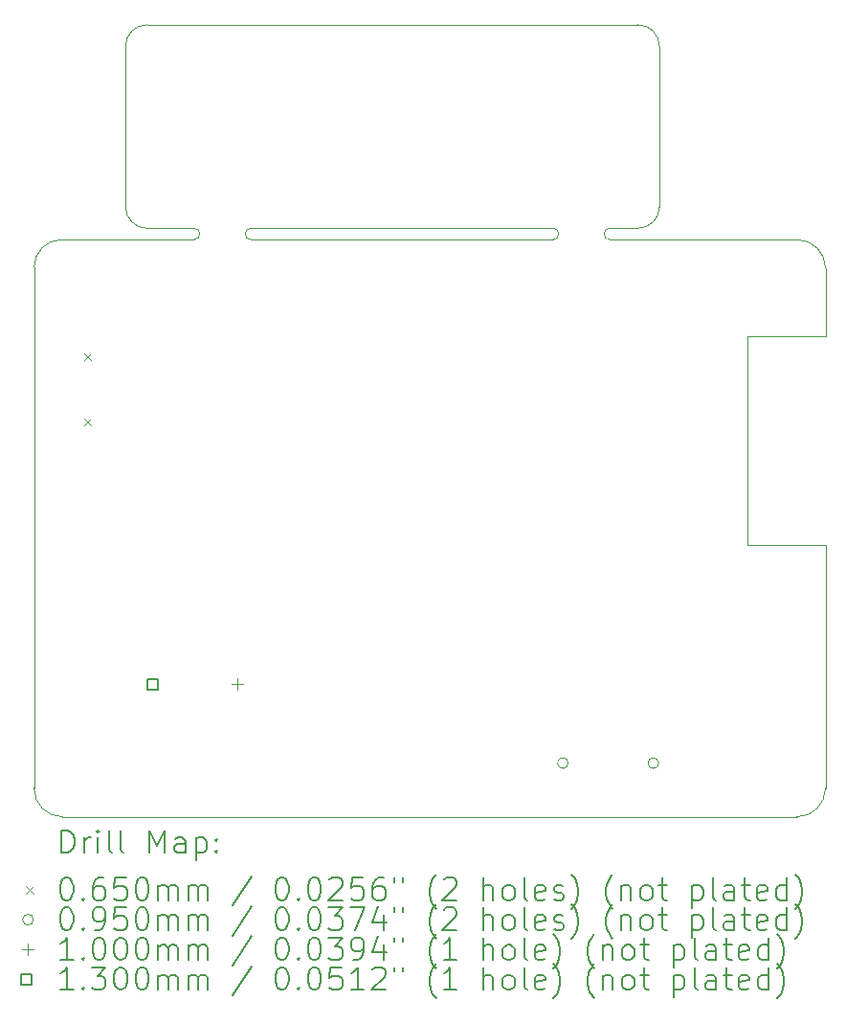
<source format=gbr>
%TF.GenerationSoftware,KiCad,Pcbnew,7.0.1*%
%TF.CreationDate,2023-04-16T16:24:30+07:00*%
%TF.ProjectId,chargerV1,63686172-6765-4725-9631-2e6b69636164,rev?*%
%TF.SameCoordinates,Original*%
%TF.FileFunction,Drillmap*%
%TF.FilePolarity,Positive*%
%FSLAX45Y45*%
G04 Gerber Fmt 4.5, Leading zero omitted, Abs format (unit mm)*
G04 Created by KiCad (PCBNEW 7.0.1) date 2023-04-16 16:24:30*
%MOMM*%
%LPD*%
G01*
G04 APERTURE LIST*
%ADD10C,0.100000*%
%ADD11C,0.200000*%
%ADD12C,0.065000*%
%ADD13C,0.095000*%
%ADD14C,0.130000*%
G04 APERTURE END LIST*
D10*
X11553000Y-6471000D02*
G75*
G03*
X11363000Y-6281000I-190000J0D01*
G01*
X6020000Y-13030000D02*
X6020000Y-8424000D01*
X6020000Y-13030000D02*
G75*
G03*
X6272000Y-13282000I252000J0D01*
G01*
X13022000Y-10883000D02*
X13022000Y-13030000D01*
X6264000Y-8180000D02*
X7436000Y-8180000D01*
X10611997Y-8180023D02*
G75*
G03*
X10611997Y-8080017I3J50003D01*
G01*
X12770000Y-13282000D02*
G75*
G03*
X13022000Y-13030000I0J252000D01*
G01*
X13022000Y-9032000D02*
X12332625Y-9032000D01*
X13022000Y-8432000D02*
X13022000Y-9032000D01*
X7938003Y-8079977D02*
G75*
G03*
X7938003Y-8179983I-3J-50003D01*
G01*
X10612000Y-8179983D02*
X7938000Y-8179983D01*
X6830000Y-6471000D02*
X6830000Y-7889983D01*
X7436000Y-8180000D02*
G75*
G03*
X7436000Y-8080000I0J50000D01*
G01*
X7436000Y-8080000D02*
X7020000Y-8080000D01*
X11553000Y-6471000D02*
X11553000Y-7889983D01*
X7020000Y-6281000D02*
G75*
G03*
X6830000Y-6471000I0J-190000D01*
G01*
X13022000Y-8432000D02*
G75*
G03*
X12770000Y-8180000I-252000J0D01*
G01*
X12332625Y-9032000D02*
X12332625Y-10883000D01*
X11363000Y-8079980D02*
G75*
G03*
X11553000Y-7889983I0J190000D01*
G01*
X11114000Y-8180000D02*
X12770000Y-8180000D01*
X7020000Y-6281000D02*
X11363000Y-6281000D01*
X12332625Y-10883000D02*
X13022000Y-10883000D01*
X7938003Y-8079983D02*
X10611997Y-8079983D01*
X12770000Y-13282000D02*
X6272000Y-13282000D01*
X6264000Y-8180000D02*
G75*
G03*
X6020000Y-8424000I0J-244000D01*
G01*
X11114000Y-8080000D02*
G75*
G03*
X11114000Y-8180000I0J-50000D01*
G01*
X11114000Y-8080000D02*
X11363000Y-8080000D01*
X6829997Y-7889983D02*
G75*
G03*
X7020000Y-8079983I190003J3D01*
G01*
D11*
D12*
X6462000Y-9182500D02*
X6527000Y-9247500D01*
X6527000Y-9182500D02*
X6462000Y-9247500D01*
X6462000Y-9760500D02*
X6527000Y-9825500D01*
X6527000Y-9760500D02*
X6462000Y-9825500D01*
D13*
X10746500Y-12807000D02*
G75*
G03*
X10746500Y-12807000I-47500J0D01*
G01*
X11546500Y-12807000D02*
G75*
G03*
X11546500Y-12807000I-47500J0D01*
G01*
D10*
X7818150Y-12060000D02*
X7818150Y-12160000D01*
X7768150Y-12110000D02*
X7868150Y-12110000D01*
D14*
X7114812Y-12155963D02*
X7114812Y-12064038D01*
X7022888Y-12064038D01*
X7022888Y-12155963D01*
X7114812Y-12155963D01*
D11*
X6262619Y-13599524D02*
X6262619Y-13399524D01*
X6262619Y-13399524D02*
X6310238Y-13399524D01*
X6310238Y-13399524D02*
X6338809Y-13409048D01*
X6338809Y-13409048D02*
X6357857Y-13428095D01*
X6357857Y-13428095D02*
X6367381Y-13447143D01*
X6367381Y-13447143D02*
X6376905Y-13485238D01*
X6376905Y-13485238D02*
X6376905Y-13513809D01*
X6376905Y-13513809D02*
X6367381Y-13551905D01*
X6367381Y-13551905D02*
X6357857Y-13570952D01*
X6357857Y-13570952D02*
X6338809Y-13590000D01*
X6338809Y-13590000D02*
X6310238Y-13599524D01*
X6310238Y-13599524D02*
X6262619Y-13599524D01*
X6462619Y-13599524D02*
X6462619Y-13466190D01*
X6462619Y-13504286D02*
X6472143Y-13485238D01*
X6472143Y-13485238D02*
X6481667Y-13475714D01*
X6481667Y-13475714D02*
X6500714Y-13466190D01*
X6500714Y-13466190D02*
X6519762Y-13466190D01*
X6586428Y-13599524D02*
X6586428Y-13466190D01*
X6586428Y-13399524D02*
X6576905Y-13409048D01*
X6576905Y-13409048D02*
X6586428Y-13418571D01*
X6586428Y-13418571D02*
X6595952Y-13409048D01*
X6595952Y-13409048D02*
X6586428Y-13399524D01*
X6586428Y-13399524D02*
X6586428Y-13418571D01*
X6710238Y-13599524D02*
X6691190Y-13590000D01*
X6691190Y-13590000D02*
X6681667Y-13570952D01*
X6681667Y-13570952D02*
X6681667Y-13399524D01*
X6815000Y-13599524D02*
X6795952Y-13590000D01*
X6795952Y-13590000D02*
X6786428Y-13570952D01*
X6786428Y-13570952D02*
X6786428Y-13399524D01*
X7043571Y-13599524D02*
X7043571Y-13399524D01*
X7043571Y-13399524D02*
X7110238Y-13542381D01*
X7110238Y-13542381D02*
X7176905Y-13399524D01*
X7176905Y-13399524D02*
X7176905Y-13599524D01*
X7357857Y-13599524D02*
X7357857Y-13494762D01*
X7357857Y-13494762D02*
X7348333Y-13475714D01*
X7348333Y-13475714D02*
X7329286Y-13466190D01*
X7329286Y-13466190D02*
X7291190Y-13466190D01*
X7291190Y-13466190D02*
X7272143Y-13475714D01*
X7357857Y-13590000D02*
X7338809Y-13599524D01*
X7338809Y-13599524D02*
X7291190Y-13599524D01*
X7291190Y-13599524D02*
X7272143Y-13590000D01*
X7272143Y-13590000D02*
X7262619Y-13570952D01*
X7262619Y-13570952D02*
X7262619Y-13551905D01*
X7262619Y-13551905D02*
X7272143Y-13532857D01*
X7272143Y-13532857D02*
X7291190Y-13523333D01*
X7291190Y-13523333D02*
X7338809Y-13523333D01*
X7338809Y-13523333D02*
X7357857Y-13513809D01*
X7453095Y-13466190D02*
X7453095Y-13666190D01*
X7453095Y-13475714D02*
X7472143Y-13466190D01*
X7472143Y-13466190D02*
X7510238Y-13466190D01*
X7510238Y-13466190D02*
X7529286Y-13475714D01*
X7529286Y-13475714D02*
X7538809Y-13485238D01*
X7538809Y-13485238D02*
X7548333Y-13504286D01*
X7548333Y-13504286D02*
X7548333Y-13561428D01*
X7548333Y-13561428D02*
X7538809Y-13580476D01*
X7538809Y-13580476D02*
X7529286Y-13590000D01*
X7529286Y-13590000D02*
X7510238Y-13599524D01*
X7510238Y-13599524D02*
X7472143Y-13599524D01*
X7472143Y-13599524D02*
X7453095Y-13590000D01*
X7634048Y-13580476D02*
X7643571Y-13590000D01*
X7643571Y-13590000D02*
X7634048Y-13599524D01*
X7634048Y-13599524D02*
X7624524Y-13590000D01*
X7624524Y-13590000D02*
X7634048Y-13580476D01*
X7634048Y-13580476D02*
X7634048Y-13599524D01*
X7634048Y-13475714D02*
X7643571Y-13485238D01*
X7643571Y-13485238D02*
X7634048Y-13494762D01*
X7634048Y-13494762D02*
X7624524Y-13485238D01*
X7624524Y-13485238D02*
X7634048Y-13475714D01*
X7634048Y-13475714D02*
X7634048Y-13494762D01*
D12*
X5950000Y-13894500D02*
X6015000Y-13959500D01*
X6015000Y-13894500D02*
X5950000Y-13959500D01*
D11*
X6300714Y-13819524D02*
X6319762Y-13819524D01*
X6319762Y-13819524D02*
X6338809Y-13829048D01*
X6338809Y-13829048D02*
X6348333Y-13838571D01*
X6348333Y-13838571D02*
X6357857Y-13857619D01*
X6357857Y-13857619D02*
X6367381Y-13895714D01*
X6367381Y-13895714D02*
X6367381Y-13943333D01*
X6367381Y-13943333D02*
X6357857Y-13981428D01*
X6357857Y-13981428D02*
X6348333Y-14000476D01*
X6348333Y-14000476D02*
X6338809Y-14010000D01*
X6338809Y-14010000D02*
X6319762Y-14019524D01*
X6319762Y-14019524D02*
X6300714Y-14019524D01*
X6300714Y-14019524D02*
X6281667Y-14010000D01*
X6281667Y-14010000D02*
X6272143Y-14000476D01*
X6272143Y-14000476D02*
X6262619Y-13981428D01*
X6262619Y-13981428D02*
X6253095Y-13943333D01*
X6253095Y-13943333D02*
X6253095Y-13895714D01*
X6253095Y-13895714D02*
X6262619Y-13857619D01*
X6262619Y-13857619D02*
X6272143Y-13838571D01*
X6272143Y-13838571D02*
X6281667Y-13829048D01*
X6281667Y-13829048D02*
X6300714Y-13819524D01*
X6453095Y-14000476D02*
X6462619Y-14010000D01*
X6462619Y-14010000D02*
X6453095Y-14019524D01*
X6453095Y-14019524D02*
X6443571Y-14010000D01*
X6443571Y-14010000D02*
X6453095Y-14000476D01*
X6453095Y-14000476D02*
X6453095Y-14019524D01*
X6634048Y-13819524D02*
X6595952Y-13819524D01*
X6595952Y-13819524D02*
X6576905Y-13829048D01*
X6576905Y-13829048D02*
X6567381Y-13838571D01*
X6567381Y-13838571D02*
X6548333Y-13867143D01*
X6548333Y-13867143D02*
X6538809Y-13905238D01*
X6538809Y-13905238D02*
X6538809Y-13981428D01*
X6538809Y-13981428D02*
X6548333Y-14000476D01*
X6548333Y-14000476D02*
X6557857Y-14010000D01*
X6557857Y-14010000D02*
X6576905Y-14019524D01*
X6576905Y-14019524D02*
X6615000Y-14019524D01*
X6615000Y-14019524D02*
X6634048Y-14010000D01*
X6634048Y-14010000D02*
X6643571Y-14000476D01*
X6643571Y-14000476D02*
X6653095Y-13981428D01*
X6653095Y-13981428D02*
X6653095Y-13933809D01*
X6653095Y-13933809D02*
X6643571Y-13914762D01*
X6643571Y-13914762D02*
X6634048Y-13905238D01*
X6634048Y-13905238D02*
X6615000Y-13895714D01*
X6615000Y-13895714D02*
X6576905Y-13895714D01*
X6576905Y-13895714D02*
X6557857Y-13905238D01*
X6557857Y-13905238D02*
X6548333Y-13914762D01*
X6548333Y-13914762D02*
X6538809Y-13933809D01*
X6834048Y-13819524D02*
X6738809Y-13819524D01*
X6738809Y-13819524D02*
X6729286Y-13914762D01*
X6729286Y-13914762D02*
X6738809Y-13905238D01*
X6738809Y-13905238D02*
X6757857Y-13895714D01*
X6757857Y-13895714D02*
X6805476Y-13895714D01*
X6805476Y-13895714D02*
X6824524Y-13905238D01*
X6824524Y-13905238D02*
X6834048Y-13914762D01*
X6834048Y-13914762D02*
X6843571Y-13933809D01*
X6843571Y-13933809D02*
X6843571Y-13981428D01*
X6843571Y-13981428D02*
X6834048Y-14000476D01*
X6834048Y-14000476D02*
X6824524Y-14010000D01*
X6824524Y-14010000D02*
X6805476Y-14019524D01*
X6805476Y-14019524D02*
X6757857Y-14019524D01*
X6757857Y-14019524D02*
X6738809Y-14010000D01*
X6738809Y-14010000D02*
X6729286Y-14000476D01*
X6967381Y-13819524D02*
X6986429Y-13819524D01*
X6986429Y-13819524D02*
X7005476Y-13829048D01*
X7005476Y-13829048D02*
X7015000Y-13838571D01*
X7015000Y-13838571D02*
X7024524Y-13857619D01*
X7024524Y-13857619D02*
X7034048Y-13895714D01*
X7034048Y-13895714D02*
X7034048Y-13943333D01*
X7034048Y-13943333D02*
X7024524Y-13981428D01*
X7024524Y-13981428D02*
X7015000Y-14000476D01*
X7015000Y-14000476D02*
X7005476Y-14010000D01*
X7005476Y-14010000D02*
X6986429Y-14019524D01*
X6986429Y-14019524D02*
X6967381Y-14019524D01*
X6967381Y-14019524D02*
X6948333Y-14010000D01*
X6948333Y-14010000D02*
X6938809Y-14000476D01*
X6938809Y-14000476D02*
X6929286Y-13981428D01*
X6929286Y-13981428D02*
X6919762Y-13943333D01*
X6919762Y-13943333D02*
X6919762Y-13895714D01*
X6919762Y-13895714D02*
X6929286Y-13857619D01*
X6929286Y-13857619D02*
X6938809Y-13838571D01*
X6938809Y-13838571D02*
X6948333Y-13829048D01*
X6948333Y-13829048D02*
X6967381Y-13819524D01*
X7119762Y-14019524D02*
X7119762Y-13886190D01*
X7119762Y-13905238D02*
X7129286Y-13895714D01*
X7129286Y-13895714D02*
X7148333Y-13886190D01*
X7148333Y-13886190D02*
X7176905Y-13886190D01*
X7176905Y-13886190D02*
X7195952Y-13895714D01*
X7195952Y-13895714D02*
X7205476Y-13914762D01*
X7205476Y-13914762D02*
X7205476Y-14019524D01*
X7205476Y-13914762D02*
X7215000Y-13895714D01*
X7215000Y-13895714D02*
X7234048Y-13886190D01*
X7234048Y-13886190D02*
X7262619Y-13886190D01*
X7262619Y-13886190D02*
X7281667Y-13895714D01*
X7281667Y-13895714D02*
X7291190Y-13914762D01*
X7291190Y-13914762D02*
X7291190Y-14019524D01*
X7386429Y-14019524D02*
X7386429Y-13886190D01*
X7386429Y-13905238D02*
X7395952Y-13895714D01*
X7395952Y-13895714D02*
X7415000Y-13886190D01*
X7415000Y-13886190D02*
X7443571Y-13886190D01*
X7443571Y-13886190D02*
X7462619Y-13895714D01*
X7462619Y-13895714D02*
X7472143Y-13914762D01*
X7472143Y-13914762D02*
X7472143Y-14019524D01*
X7472143Y-13914762D02*
X7481667Y-13895714D01*
X7481667Y-13895714D02*
X7500714Y-13886190D01*
X7500714Y-13886190D02*
X7529286Y-13886190D01*
X7529286Y-13886190D02*
X7548333Y-13895714D01*
X7548333Y-13895714D02*
X7557857Y-13914762D01*
X7557857Y-13914762D02*
X7557857Y-14019524D01*
X7948333Y-13810000D02*
X7776905Y-14067143D01*
X8205476Y-13819524D02*
X8224524Y-13819524D01*
X8224524Y-13819524D02*
X8243572Y-13829048D01*
X8243572Y-13829048D02*
X8253095Y-13838571D01*
X8253095Y-13838571D02*
X8262619Y-13857619D01*
X8262619Y-13857619D02*
X8272143Y-13895714D01*
X8272143Y-13895714D02*
X8272143Y-13943333D01*
X8272143Y-13943333D02*
X8262619Y-13981428D01*
X8262619Y-13981428D02*
X8253095Y-14000476D01*
X8253095Y-14000476D02*
X8243572Y-14010000D01*
X8243572Y-14010000D02*
X8224524Y-14019524D01*
X8224524Y-14019524D02*
X8205476Y-14019524D01*
X8205476Y-14019524D02*
X8186429Y-14010000D01*
X8186429Y-14010000D02*
X8176905Y-14000476D01*
X8176905Y-14000476D02*
X8167381Y-13981428D01*
X8167381Y-13981428D02*
X8157857Y-13943333D01*
X8157857Y-13943333D02*
X8157857Y-13895714D01*
X8157857Y-13895714D02*
X8167381Y-13857619D01*
X8167381Y-13857619D02*
X8176905Y-13838571D01*
X8176905Y-13838571D02*
X8186429Y-13829048D01*
X8186429Y-13829048D02*
X8205476Y-13819524D01*
X8357857Y-14000476D02*
X8367381Y-14010000D01*
X8367381Y-14010000D02*
X8357857Y-14019524D01*
X8357857Y-14019524D02*
X8348333Y-14010000D01*
X8348333Y-14010000D02*
X8357857Y-14000476D01*
X8357857Y-14000476D02*
X8357857Y-14019524D01*
X8491191Y-13819524D02*
X8510238Y-13819524D01*
X8510238Y-13819524D02*
X8529286Y-13829048D01*
X8529286Y-13829048D02*
X8538810Y-13838571D01*
X8538810Y-13838571D02*
X8548334Y-13857619D01*
X8548334Y-13857619D02*
X8557857Y-13895714D01*
X8557857Y-13895714D02*
X8557857Y-13943333D01*
X8557857Y-13943333D02*
X8548334Y-13981428D01*
X8548334Y-13981428D02*
X8538810Y-14000476D01*
X8538810Y-14000476D02*
X8529286Y-14010000D01*
X8529286Y-14010000D02*
X8510238Y-14019524D01*
X8510238Y-14019524D02*
X8491191Y-14019524D01*
X8491191Y-14019524D02*
X8472143Y-14010000D01*
X8472143Y-14010000D02*
X8462619Y-14000476D01*
X8462619Y-14000476D02*
X8453095Y-13981428D01*
X8453095Y-13981428D02*
X8443572Y-13943333D01*
X8443572Y-13943333D02*
X8443572Y-13895714D01*
X8443572Y-13895714D02*
X8453095Y-13857619D01*
X8453095Y-13857619D02*
X8462619Y-13838571D01*
X8462619Y-13838571D02*
X8472143Y-13829048D01*
X8472143Y-13829048D02*
X8491191Y-13819524D01*
X8634048Y-13838571D02*
X8643572Y-13829048D01*
X8643572Y-13829048D02*
X8662619Y-13819524D01*
X8662619Y-13819524D02*
X8710238Y-13819524D01*
X8710238Y-13819524D02*
X8729286Y-13829048D01*
X8729286Y-13829048D02*
X8738810Y-13838571D01*
X8738810Y-13838571D02*
X8748334Y-13857619D01*
X8748334Y-13857619D02*
X8748334Y-13876667D01*
X8748334Y-13876667D02*
X8738810Y-13905238D01*
X8738810Y-13905238D02*
X8624524Y-14019524D01*
X8624524Y-14019524D02*
X8748334Y-14019524D01*
X8929286Y-13819524D02*
X8834048Y-13819524D01*
X8834048Y-13819524D02*
X8824524Y-13914762D01*
X8824524Y-13914762D02*
X8834048Y-13905238D01*
X8834048Y-13905238D02*
X8853095Y-13895714D01*
X8853095Y-13895714D02*
X8900715Y-13895714D01*
X8900715Y-13895714D02*
X8919762Y-13905238D01*
X8919762Y-13905238D02*
X8929286Y-13914762D01*
X8929286Y-13914762D02*
X8938810Y-13933809D01*
X8938810Y-13933809D02*
X8938810Y-13981428D01*
X8938810Y-13981428D02*
X8929286Y-14000476D01*
X8929286Y-14000476D02*
X8919762Y-14010000D01*
X8919762Y-14010000D02*
X8900715Y-14019524D01*
X8900715Y-14019524D02*
X8853095Y-14019524D01*
X8853095Y-14019524D02*
X8834048Y-14010000D01*
X8834048Y-14010000D02*
X8824524Y-14000476D01*
X9110238Y-13819524D02*
X9072143Y-13819524D01*
X9072143Y-13819524D02*
X9053095Y-13829048D01*
X9053095Y-13829048D02*
X9043572Y-13838571D01*
X9043572Y-13838571D02*
X9024524Y-13867143D01*
X9024524Y-13867143D02*
X9015000Y-13905238D01*
X9015000Y-13905238D02*
X9015000Y-13981428D01*
X9015000Y-13981428D02*
X9024524Y-14000476D01*
X9024524Y-14000476D02*
X9034048Y-14010000D01*
X9034048Y-14010000D02*
X9053095Y-14019524D01*
X9053095Y-14019524D02*
X9091191Y-14019524D01*
X9091191Y-14019524D02*
X9110238Y-14010000D01*
X9110238Y-14010000D02*
X9119762Y-14000476D01*
X9119762Y-14000476D02*
X9129286Y-13981428D01*
X9129286Y-13981428D02*
X9129286Y-13933809D01*
X9129286Y-13933809D02*
X9119762Y-13914762D01*
X9119762Y-13914762D02*
X9110238Y-13905238D01*
X9110238Y-13905238D02*
X9091191Y-13895714D01*
X9091191Y-13895714D02*
X9053095Y-13895714D01*
X9053095Y-13895714D02*
X9034048Y-13905238D01*
X9034048Y-13905238D02*
X9024524Y-13914762D01*
X9024524Y-13914762D02*
X9015000Y-13933809D01*
X9205476Y-13819524D02*
X9205476Y-13857619D01*
X9281667Y-13819524D02*
X9281667Y-13857619D01*
X9576905Y-14095714D02*
X9567381Y-14086190D01*
X9567381Y-14086190D02*
X9548334Y-14057619D01*
X9548334Y-14057619D02*
X9538810Y-14038571D01*
X9538810Y-14038571D02*
X9529286Y-14010000D01*
X9529286Y-14010000D02*
X9519762Y-13962381D01*
X9519762Y-13962381D02*
X9519762Y-13924286D01*
X9519762Y-13924286D02*
X9529286Y-13876667D01*
X9529286Y-13876667D02*
X9538810Y-13848095D01*
X9538810Y-13848095D02*
X9548334Y-13829048D01*
X9548334Y-13829048D02*
X9567381Y-13800476D01*
X9567381Y-13800476D02*
X9576905Y-13790952D01*
X9643572Y-13838571D02*
X9653096Y-13829048D01*
X9653096Y-13829048D02*
X9672143Y-13819524D01*
X9672143Y-13819524D02*
X9719762Y-13819524D01*
X9719762Y-13819524D02*
X9738810Y-13829048D01*
X9738810Y-13829048D02*
X9748334Y-13838571D01*
X9748334Y-13838571D02*
X9757857Y-13857619D01*
X9757857Y-13857619D02*
X9757857Y-13876667D01*
X9757857Y-13876667D02*
X9748334Y-13905238D01*
X9748334Y-13905238D02*
X9634048Y-14019524D01*
X9634048Y-14019524D02*
X9757857Y-14019524D01*
X9995953Y-14019524D02*
X9995953Y-13819524D01*
X10081667Y-14019524D02*
X10081667Y-13914762D01*
X10081667Y-13914762D02*
X10072143Y-13895714D01*
X10072143Y-13895714D02*
X10053096Y-13886190D01*
X10053096Y-13886190D02*
X10024524Y-13886190D01*
X10024524Y-13886190D02*
X10005477Y-13895714D01*
X10005477Y-13895714D02*
X9995953Y-13905238D01*
X10205477Y-14019524D02*
X10186429Y-14010000D01*
X10186429Y-14010000D02*
X10176905Y-14000476D01*
X10176905Y-14000476D02*
X10167381Y-13981428D01*
X10167381Y-13981428D02*
X10167381Y-13924286D01*
X10167381Y-13924286D02*
X10176905Y-13905238D01*
X10176905Y-13905238D02*
X10186429Y-13895714D01*
X10186429Y-13895714D02*
X10205477Y-13886190D01*
X10205477Y-13886190D02*
X10234048Y-13886190D01*
X10234048Y-13886190D02*
X10253096Y-13895714D01*
X10253096Y-13895714D02*
X10262619Y-13905238D01*
X10262619Y-13905238D02*
X10272143Y-13924286D01*
X10272143Y-13924286D02*
X10272143Y-13981428D01*
X10272143Y-13981428D02*
X10262619Y-14000476D01*
X10262619Y-14000476D02*
X10253096Y-14010000D01*
X10253096Y-14010000D02*
X10234048Y-14019524D01*
X10234048Y-14019524D02*
X10205477Y-14019524D01*
X10386429Y-14019524D02*
X10367381Y-14010000D01*
X10367381Y-14010000D02*
X10357858Y-13990952D01*
X10357858Y-13990952D02*
X10357858Y-13819524D01*
X10538810Y-14010000D02*
X10519762Y-14019524D01*
X10519762Y-14019524D02*
X10481667Y-14019524D01*
X10481667Y-14019524D02*
X10462619Y-14010000D01*
X10462619Y-14010000D02*
X10453096Y-13990952D01*
X10453096Y-13990952D02*
X10453096Y-13914762D01*
X10453096Y-13914762D02*
X10462619Y-13895714D01*
X10462619Y-13895714D02*
X10481667Y-13886190D01*
X10481667Y-13886190D02*
X10519762Y-13886190D01*
X10519762Y-13886190D02*
X10538810Y-13895714D01*
X10538810Y-13895714D02*
X10548334Y-13914762D01*
X10548334Y-13914762D02*
X10548334Y-13933809D01*
X10548334Y-13933809D02*
X10453096Y-13952857D01*
X10624524Y-14010000D02*
X10643572Y-14019524D01*
X10643572Y-14019524D02*
X10681667Y-14019524D01*
X10681667Y-14019524D02*
X10700715Y-14010000D01*
X10700715Y-14010000D02*
X10710239Y-13990952D01*
X10710239Y-13990952D02*
X10710239Y-13981428D01*
X10710239Y-13981428D02*
X10700715Y-13962381D01*
X10700715Y-13962381D02*
X10681667Y-13952857D01*
X10681667Y-13952857D02*
X10653096Y-13952857D01*
X10653096Y-13952857D02*
X10634048Y-13943333D01*
X10634048Y-13943333D02*
X10624524Y-13924286D01*
X10624524Y-13924286D02*
X10624524Y-13914762D01*
X10624524Y-13914762D02*
X10634048Y-13895714D01*
X10634048Y-13895714D02*
X10653096Y-13886190D01*
X10653096Y-13886190D02*
X10681667Y-13886190D01*
X10681667Y-13886190D02*
X10700715Y-13895714D01*
X10776905Y-14095714D02*
X10786429Y-14086190D01*
X10786429Y-14086190D02*
X10805477Y-14057619D01*
X10805477Y-14057619D02*
X10815000Y-14038571D01*
X10815000Y-14038571D02*
X10824524Y-14010000D01*
X10824524Y-14010000D02*
X10834048Y-13962381D01*
X10834048Y-13962381D02*
X10834048Y-13924286D01*
X10834048Y-13924286D02*
X10824524Y-13876667D01*
X10824524Y-13876667D02*
X10815000Y-13848095D01*
X10815000Y-13848095D02*
X10805477Y-13829048D01*
X10805477Y-13829048D02*
X10786429Y-13800476D01*
X10786429Y-13800476D02*
X10776905Y-13790952D01*
X11138810Y-14095714D02*
X11129286Y-14086190D01*
X11129286Y-14086190D02*
X11110239Y-14057619D01*
X11110239Y-14057619D02*
X11100715Y-14038571D01*
X11100715Y-14038571D02*
X11091191Y-14010000D01*
X11091191Y-14010000D02*
X11081667Y-13962381D01*
X11081667Y-13962381D02*
X11081667Y-13924286D01*
X11081667Y-13924286D02*
X11091191Y-13876667D01*
X11091191Y-13876667D02*
X11100715Y-13848095D01*
X11100715Y-13848095D02*
X11110239Y-13829048D01*
X11110239Y-13829048D02*
X11129286Y-13800476D01*
X11129286Y-13800476D02*
X11138810Y-13790952D01*
X11215000Y-13886190D02*
X11215000Y-14019524D01*
X11215000Y-13905238D02*
X11224524Y-13895714D01*
X11224524Y-13895714D02*
X11243572Y-13886190D01*
X11243572Y-13886190D02*
X11272143Y-13886190D01*
X11272143Y-13886190D02*
X11291191Y-13895714D01*
X11291191Y-13895714D02*
X11300715Y-13914762D01*
X11300715Y-13914762D02*
X11300715Y-14019524D01*
X11424524Y-14019524D02*
X11405477Y-14010000D01*
X11405477Y-14010000D02*
X11395953Y-14000476D01*
X11395953Y-14000476D02*
X11386429Y-13981428D01*
X11386429Y-13981428D02*
X11386429Y-13924286D01*
X11386429Y-13924286D02*
X11395953Y-13905238D01*
X11395953Y-13905238D02*
X11405477Y-13895714D01*
X11405477Y-13895714D02*
X11424524Y-13886190D01*
X11424524Y-13886190D02*
X11453096Y-13886190D01*
X11453096Y-13886190D02*
X11472143Y-13895714D01*
X11472143Y-13895714D02*
X11481667Y-13905238D01*
X11481667Y-13905238D02*
X11491191Y-13924286D01*
X11491191Y-13924286D02*
X11491191Y-13981428D01*
X11491191Y-13981428D02*
X11481667Y-14000476D01*
X11481667Y-14000476D02*
X11472143Y-14010000D01*
X11472143Y-14010000D02*
X11453096Y-14019524D01*
X11453096Y-14019524D02*
X11424524Y-14019524D01*
X11548334Y-13886190D02*
X11624524Y-13886190D01*
X11576905Y-13819524D02*
X11576905Y-13990952D01*
X11576905Y-13990952D02*
X11586429Y-14010000D01*
X11586429Y-14010000D02*
X11605477Y-14019524D01*
X11605477Y-14019524D02*
X11624524Y-14019524D01*
X11843572Y-13886190D02*
X11843572Y-14086190D01*
X11843572Y-13895714D02*
X11862619Y-13886190D01*
X11862619Y-13886190D02*
X11900715Y-13886190D01*
X11900715Y-13886190D02*
X11919762Y-13895714D01*
X11919762Y-13895714D02*
X11929286Y-13905238D01*
X11929286Y-13905238D02*
X11938810Y-13924286D01*
X11938810Y-13924286D02*
X11938810Y-13981428D01*
X11938810Y-13981428D02*
X11929286Y-14000476D01*
X11929286Y-14000476D02*
X11919762Y-14010000D01*
X11919762Y-14010000D02*
X11900715Y-14019524D01*
X11900715Y-14019524D02*
X11862619Y-14019524D01*
X11862619Y-14019524D02*
X11843572Y-14010000D01*
X12053096Y-14019524D02*
X12034048Y-14010000D01*
X12034048Y-14010000D02*
X12024524Y-13990952D01*
X12024524Y-13990952D02*
X12024524Y-13819524D01*
X12215000Y-14019524D02*
X12215000Y-13914762D01*
X12215000Y-13914762D02*
X12205477Y-13895714D01*
X12205477Y-13895714D02*
X12186429Y-13886190D01*
X12186429Y-13886190D02*
X12148334Y-13886190D01*
X12148334Y-13886190D02*
X12129286Y-13895714D01*
X12215000Y-14010000D02*
X12195953Y-14019524D01*
X12195953Y-14019524D02*
X12148334Y-14019524D01*
X12148334Y-14019524D02*
X12129286Y-14010000D01*
X12129286Y-14010000D02*
X12119762Y-13990952D01*
X12119762Y-13990952D02*
X12119762Y-13971905D01*
X12119762Y-13971905D02*
X12129286Y-13952857D01*
X12129286Y-13952857D02*
X12148334Y-13943333D01*
X12148334Y-13943333D02*
X12195953Y-13943333D01*
X12195953Y-13943333D02*
X12215000Y-13933809D01*
X12281667Y-13886190D02*
X12357858Y-13886190D01*
X12310239Y-13819524D02*
X12310239Y-13990952D01*
X12310239Y-13990952D02*
X12319762Y-14010000D01*
X12319762Y-14010000D02*
X12338810Y-14019524D01*
X12338810Y-14019524D02*
X12357858Y-14019524D01*
X12500715Y-14010000D02*
X12481667Y-14019524D01*
X12481667Y-14019524D02*
X12443572Y-14019524D01*
X12443572Y-14019524D02*
X12424524Y-14010000D01*
X12424524Y-14010000D02*
X12415000Y-13990952D01*
X12415000Y-13990952D02*
X12415000Y-13914762D01*
X12415000Y-13914762D02*
X12424524Y-13895714D01*
X12424524Y-13895714D02*
X12443572Y-13886190D01*
X12443572Y-13886190D02*
X12481667Y-13886190D01*
X12481667Y-13886190D02*
X12500715Y-13895714D01*
X12500715Y-13895714D02*
X12510239Y-13914762D01*
X12510239Y-13914762D02*
X12510239Y-13933809D01*
X12510239Y-13933809D02*
X12415000Y-13952857D01*
X12681667Y-14019524D02*
X12681667Y-13819524D01*
X12681667Y-14010000D02*
X12662620Y-14019524D01*
X12662620Y-14019524D02*
X12624524Y-14019524D01*
X12624524Y-14019524D02*
X12605477Y-14010000D01*
X12605477Y-14010000D02*
X12595953Y-14000476D01*
X12595953Y-14000476D02*
X12586429Y-13981428D01*
X12586429Y-13981428D02*
X12586429Y-13924286D01*
X12586429Y-13924286D02*
X12595953Y-13905238D01*
X12595953Y-13905238D02*
X12605477Y-13895714D01*
X12605477Y-13895714D02*
X12624524Y-13886190D01*
X12624524Y-13886190D02*
X12662620Y-13886190D01*
X12662620Y-13886190D02*
X12681667Y-13895714D01*
X12757858Y-14095714D02*
X12767381Y-14086190D01*
X12767381Y-14086190D02*
X12786429Y-14057619D01*
X12786429Y-14057619D02*
X12795953Y-14038571D01*
X12795953Y-14038571D02*
X12805477Y-14010000D01*
X12805477Y-14010000D02*
X12815000Y-13962381D01*
X12815000Y-13962381D02*
X12815000Y-13924286D01*
X12815000Y-13924286D02*
X12805477Y-13876667D01*
X12805477Y-13876667D02*
X12795953Y-13848095D01*
X12795953Y-13848095D02*
X12786429Y-13829048D01*
X12786429Y-13829048D02*
X12767381Y-13800476D01*
X12767381Y-13800476D02*
X12757858Y-13790952D01*
D13*
X6015000Y-14191000D02*
G75*
G03*
X6015000Y-14191000I-47500J0D01*
G01*
D11*
X6300714Y-14083524D02*
X6319762Y-14083524D01*
X6319762Y-14083524D02*
X6338809Y-14093048D01*
X6338809Y-14093048D02*
X6348333Y-14102571D01*
X6348333Y-14102571D02*
X6357857Y-14121619D01*
X6357857Y-14121619D02*
X6367381Y-14159714D01*
X6367381Y-14159714D02*
X6367381Y-14207333D01*
X6367381Y-14207333D02*
X6357857Y-14245428D01*
X6357857Y-14245428D02*
X6348333Y-14264476D01*
X6348333Y-14264476D02*
X6338809Y-14274000D01*
X6338809Y-14274000D02*
X6319762Y-14283524D01*
X6319762Y-14283524D02*
X6300714Y-14283524D01*
X6300714Y-14283524D02*
X6281667Y-14274000D01*
X6281667Y-14274000D02*
X6272143Y-14264476D01*
X6272143Y-14264476D02*
X6262619Y-14245428D01*
X6262619Y-14245428D02*
X6253095Y-14207333D01*
X6253095Y-14207333D02*
X6253095Y-14159714D01*
X6253095Y-14159714D02*
X6262619Y-14121619D01*
X6262619Y-14121619D02*
X6272143Y-14102571D01*
X6272143Y-14102571D02*
X6281667Y-14093048D01*
X6281667Y-14093048D02*
X6300714Y-14083524D01*
X6453095Y-14264476D02*
X6462619Y-14274000D01*
X6462619Y-14274000D02*
X6453095Y-14283524D01*
X6453095Y-14283524D02*
X6443571Y-14274000D01*
X6443571Y-14274000D02*
X6453095Y-14264476D01*
X6453095Y-14264476D02*
X6453095Y-14283524D01*
X6557857Y-14283524D02*
X6595952Y-14283524D01*
X6595952Y-14283524D02*
X6615000Y-14274000D01*
X6615000Y-14274000D02*
X6624524Y-14264476D01*
X6624524Y-14264476D02*
X6643571Y-14235905D01*
X6643571Y-14235905D02*
X6653095Y-14197809D01*
X6653095Y-14197809D02*
X6653095Y-14121619D01*
X6653095Y-14121619D02*
X6643571Y-14102571D01*
X6643571Y-14102571D02*
X6634048Y-14093048D01*
X6634048Y-14093048D02*
X6615000Y-14083524D01*
X6615000Y-14083524D02*
X6576905Y-14083524D01*
X6576905Y-14083524D02*
X6557857Y-14093048D01*
X6557857Y-14093048D02*
X6548333Y-14102571D01*
X6548333Y-14102571D02*
X6538809Y-14121619D01*
X6538809Y-14121619D02*
X6538809Y-14169238D01*
X6538809Y-14169238D02*
X6548333Y-14188286D01*
X6548333Y-14188286D02*
X6557857Y-14197809D01*
X6557857Y-14197809D02*
X6576905Y-14207333D01*
X6576905Y-14207333D02*
X6615000Y-14207333D01*
X6615000Y-14207333D02*
X6634048Y-14197809D01*
X6634048Y-14197809D02*
X6643571Y-14188286D01*
X6643571Y-14188286D02*
X6653095Y-14169238D01*
X6834048Y-14083524D02*
X6738809Y-14083524D01*
X6738809Y-14083524D02*
X6729286Y-14178762D01*
X6729286Y-14178762D02*
X6738809Y-14169238D01*
X6738809Y-14169238D02*
X6757857Y-14159714D01*
X6757857Y-14159714D02*
X6805476Y-14159714D01*
X6805476Y-14159714D02*
X6824524Y-14169238D01*
X6824524Y-14169238D02*
X6834048Y-14178762D01*
X6834048Y-14178762D02*
X6843571Y-14197809D01*
X6843571Y-14197809D02*
X6843571Y-14245428D01*
X6843571Y-14245428D02*
X6834048Y-14264476D01*
X6834048Y-14264476D02*
X6824524Y-14274000D01*
X6824524Y-14274000D02*
X6805476Y-14283524D01*
X6805476Y-14283524D02*
X6757857Y-14283524D01*
X6757857Y-14283524D02*
X6738809Y-14274000D01*
X6738809Y-14274000D02*
X6729286Y-14264476D01*
X6967381Y-14083524D02*
X6986429Y-14083524D01*
X6986429Y-14083524D02*
X7005476Y-14093048D01*
X7005476Y-14093048D02*
X7015000Y-14102571D01*
X7015000Y-14102571D02*
X7024524Y-14121619D01*
X7024524Y-14121619D02*
X7034048Y-14159714D01*
X7034048Y-14159714D02*
X7034048Y-14207333D01*
X7034048Y-14207333D02*
X7024524Y-14245428D01*
X7024524Y-14245428D02*
X7015000Y-14264476D01*
X7015000Y-14264476D02*
X7005476Y-14274000D01*
X7005476Y-14274000D02*
X6986429Y-14283524D01*
X6986429Y-14283524D02*
X6967381Y-14283524D01*
X6967381Y-14283524D02*
X6948333Y-14274000D01*
X6948333Y-14274000D02*
X6938809Y-14264476D01*
X6938809Y-14264476D02*
X6929286Y-14245428D01*
X6929286Y-14245428D02*
X6919762Y-14207333D01*
X6919762Y-14207333D02*
X6919762Y-14159714D01*
X6919762Y-14159714D02*
X6929286Y-14121619D01*
X6929286Y-14121619D02*
X6938809Y-14102571D01*
X6938809Y-14102571D02*
X6948333Y-14093048D01*
X6948333Y-14093048D02*
X6967381Y-14083524D01*
X7119762Y-14283524D02*
X7119762Y-14150190D01*
X7119762Y-14169238D02*
X7129286Y-14159714D01*
X7129286Y-14159714D02*
X7148333Y-14150190D01*
X7148333Y-14150190D02*
X7176905Y-14150190D01*
X7176905Y-14150190D02*
X7195952Y-14159714D01*
X7195952Y-14159714D02*
X7205476Y-14178762D01*
X7205476Y-14178762D02*
X7205476Y-14283524D01*
X7205476Y-14178762D02*
X7215000Y-14159714D01*
X7215000Y-14159714D02*
X7234048Y-14150190D01*
X7234048Y-14150190D02*
X7262619Y-14150190D01*
X7262619Y-14150190D02*
X7281667Y-14159714D01*
X7281667Y-14159714D02*
X7291190Y-14178762D01*
X7291190Y-14178762D02*
X7291190Y-14283524D01*
X7386429Y-14283524D02*
X7386429Y-14150190D01*
X7386429Y-14169238D02*
X7395952Y-14159714D01*
X7395952Y-14159714D02*
X7415000Y-14150190D01*
X7415000Y-14150190D02*
X7443571Y-14150190D01*
X7443571Y-14150190D02*
X7462619Y-14159714D01*
X7462619Y-14159714D02*
X7472143Y-14178762D01*
X7472143Y-14178762D02*
X7472143Y-14283524D01*
X7472143Y-14178762D02*
X7481667Y-14159714D01*
X7481667Y-14159714D02*
X7500714Y-14150190D01*
X7500714Y-14150190D02*
X7529286Y-14150190D01*
X7529286Y-14150190D02*
X7548333Y-14159714D01*
X7548333Y-14159714D02*
X7557857Y-14178762D01*
X7557857Y-14178762D02*
X7557857Y-14283524D01*
X7948333Y-14074000D02*
X7776905Y-14331143D01*
X8205476Y-14083524D02*
X8224524Y-14083524D01*
X8224524Y-14083524D02*
X8243572Y-14093048D01*
X8243572Y-14093048D02*
X8253095Y-14102571D01*
X8253095Y-14102571D02*
X8262619Y-14121619D01*
X8262619Y-14121619D02*
X8272143Y-14159714D01*
X8272143Y-14159714D02*
X8272143Y-14207333D01*
X8272143Y-14207333D02*
X8262619Y-14245428D01*
X8262619Y-14245428D02*
X8253095Y-14264476D01*
X8253095Y-14264476D02*
X8243572Y-14274000D01*
X8243572Y-14274000D02*
X8224524Y-14283524D01*
X8224524Y-14283524D02*
X8205476Y-14283524D01*
X8205476Y-14283524D02*
X8186429Y-14274000D01*
X8186429Y-14274000D02*
X8176905Y-14264476D01*
X8176905Y-14264476D02*
X8167381Y-14245428D01*
X8167381Y-14245428D02*
X8157857Y-14207333D01*
X8157857Y-14207333D02*
X8157857Y-14159714D01*
X8157857Y-14159714D02*
X8167381Y-14121619D01*
X8167381Y-14121619D02*
X8176905Y-14102571D01*
X8176905Y-14102571D02*
X8186429Y-14093048D01*
X8186429Y-14093048D02*
X8205476Y-14083524D01*
X8357857Y-14264476D02*
X8367381Y-14274000D01*
X8367381Y-14274000D02*
X8357857Y-14283524D01*
X8357857Y-14283524D02*
X8348333Y-14274000D01*
X8348333Y-14274000D02*
X8357857Y-14264476D01*
X8357857Y-14264476D02*
X8357857Y-14283524D01*
X8491191Y-14083524D02*
X8510238Y-14083524D01*
X8510238Y-14083524D02*
X8529286Y-14093048D01*
X8529286Y-14093048D02*
X8538810Y-14102571D01*
X8538810Y-14102571D02*
X8548334Y-14121619D01*
X8548334Y-14121619D02*
X8557857Y-14159714D01*
X8557857Y-14159714D02*
X8557857Y-14207333D01*
X8557857Y-14207333D02*
X8548334Y-14245428D01*
X8548334Y-14245428D02*
X8538810Y-14264476D01*
X8538810Y-14264476D02*
X8529286Y-14274000D01*
X8529286Y-14274000D02*
X8510238Y-14283524D01*
X8510238Y-14283524D02*
X8491191Y-14283524D01*
X8491191Y-14283524D02*
X8472143Y-14274000D01*
X8472143Y-14274000D02*
X8462619Y-14264476D01*
X8462619Y-14264476D02*
X8453095Y-14245428D01*
X8453095Y-14245428D02*
X8443572Y-14207333D01*
X8443572Y-14207333D02*
X8443572Y-14159714D01*
X8443572Y-14159714D02*
X8453095Y-14121619D01*
X8453095Y-14121619D02*
X8462619Y-14102571D01*
X8462619Y-14102571D02*
X8472143Y-14093048D01*
X8472143Y-14093048D02*
X8491191Y-14083524D01*
X8624524Y-14083524D02*
X8748334Y-14083524D01*
X8748334Y-14083524D02*
X8681667Y-14159714D01*
X8681667Y-14159714D02*
X8710238Y-14159714D01*
X8710238Y-14159714D02*
X8729286Y-14169238D01*
X8729286Y-14169238D02*
X8738810Y-14178762D01*
X8738810Y-14178762D02*
X8748334Y-14197809D01*
X8748334Y-14197809D02*
X8748334Y-14245428D01*
X8748334Y-14245428D02*
X8738810Y-14264476D01*
X8738810Y-14264476D02*
X8729286Y-14274000D01*
X8729286Y-14274000D02*
X8710238Y-14283524D01*
X8710238Y-14283524D02*
X8653095Y-14283524D01*
X8653095Y-14283524D02*
X8634048Y-14274000D01*
X8634048Y-14274000D02*
X8624524Y-14264476D01*
X8815000Y-14083524D02*
X8948334Y-14083524D01*
X8948334Y-14083524D02*
X8862619Y-14283524D01*
X9110238Y-14150190D02*
X9110238Y-14283524D01*
X9062619Y-14074000D02*
X9015000Y-14216857D01*
X9015000Y-14216857D02*
X9138810Y-14216857D01*
X9205476Y-14083524D02*
X9205476Y-14121619D01*
X9281667Y-14083524D02*
X9281667Y-14121619D01*
X9576905Y-14359714D02*
X9567381Y-14350190D01*
X9567381Y-14350190D02*
X9548334Y-14321619D01*
X9548334Y-14321619D02*
X9538810Y-14302571D01*
X9538810Y-14302571D02*
X9529286Y-14274000D01*
X9529286Y-14274000D02*
X9519762Y-14226381D01*
X9519762Y-14226381D02*
X9519762Y-14188286D01*
X9519762Y-14188286D02*
X9529286Y-14140667D01*
X9529286Y-14140667D02*
X9538810Y-14112095D01*
X9538810Y-14112095D02*
X9548334Y-14093048D01*
X9548334Y-14093048D02*
X9567381Y-14064476D01*
X9567381Y-14064476D02*
X9576905Y-14054952D01*
X9643572Y-14102571D02*
X9653096Y-14093048D01*
X9653096Y-14093048D02*
X9672143Y-14083524D01*
X9672143Y-14083524D02*
X9719762Y-14083524D01*
X9719762Y-14083524D02*
X9738810Y-14093048D01*
X9738810Y-14093048D02*
X9748334Y-14102571D01*
X9748334Y-14102571D02*
X9757857Y-14121619D01*
X9757857Y-14121619D02*
X9757857Y-14140667D01*
X9757857Y-14140667D02*
X9748334Y-14169238D01*
X9748334Y-14169238D02*
X9634048Y-14283524D01*
X9634048Y-14283524D02*
X9757857Y-14283524D01*
X9995953Y-14283524D02*
X9995953Y-14083524D01*
X10081667Y-14283524D02*
X10081667Y-14178762D01*
X10081667Y-14178762D02*
X10072143Y-14159714D01*
X10072143Y-14159714D02*
X10053096Y-14150190D01*
X10053096Y-14150190D02*
X10024524Y-14150190D01*
X10024524Y-14150190D02*
X10005477Y-14159714D01*
X10005477Y-14159714D02*
X9995953Y-14169238D01*
X10205477Y-14283524D02*
X10186429Y-14274000D01*
X10186429Y-14274000D02*
X10176905Y-14264476D01*
X10176905Y-14264476D02*
X10167381Y-14245428D01*
X10167381Y-14245428D02*
X10167381Y-14188286D01*
X10167381Y-14188286D02*
X10176905Y-14169238D01*
X10176905Y-14169238D02*
X10186429Y-14159714D01*
X10186429Y-14159714D02*
X10205477Y-14150190D01*
X10205477Y-14150190D02*
X10234048Y-14150190D01*
X10234048Y-14150190D02*
X10253096Y-14159714D01*
X10253096Y-14159714D02*
X10262619Y-14169238D01*
X10262619Y-14169238D02*
X10272143Y-14188286D01*
X10272143Y-14188286D02*
X10272143Y-14245428D01*
X10272143Y-14245428D02*
X10262619Y-14264476D01*
X10262619Y-14264476D02*
X10253096Y-14274000D01*
X10253096Y-14274000D02*
X10234048Y-14283524D01*
X10234048Y-14283524D02*
X10205477Y-14283524D01*
X10386429Y-14283524D02*
X10367381Y-14274000D01*
X10367381Y-14274000D02*
X10357858Y-14254952D01*
X10357858Y-14254952D02*
X10357858Y-14083524D01*
X10538810Y-14274000D02*
X10519762Y-14283524D01*
X10519762Y-14283524D02*
X10481667Y-14283524D01*
X10481667Y-14283524D02*
X10462619Y-14274000D01*
X10462619Y-14274000D02*
X10453096Y-14254952D01*
X10453096Y-14254952D02*
X10453096Y-14178762D01*
X10453096Y-14178762D02*
X10462619Y-14159714D01*
X10462619Y-14159714D02*
X10481667Y-14150190D01*
X10481667Y-14150190D02*
X10519762Y-14150190D01*
X10519762Y-14150190D02*
X10538810Y-14159714D01*
X10538810Y-14159714D02*
X10548334Y-14178762D01*
X10548334Y-14178762D02*
X10548334Y-14197809D01*
X10548334Y-14197809D02*
X10453096Y-14216857D01*
X10624524Y-14274000D02*
X10643572Y-14283524D01*
X10643572Y-14283524D02*
X10681667Y-14283524D01*
X10681667Y-14283524D02*
X10700715Y-14274000D01*
X10700715Y-14274000D02*
X10710239Y-14254952D01*
X10710239Y-14254952D02*
X10710239Y-14245428D01*
X10710239Y-14245428D02*
X10700715Y-14226381D01*
X10700715Y-14226381D02*
X10681667Y-14216857D01*
X10681667Y-14216857D02*
X10653096Y-14216857D01*
X10653096Y-14216857D02*
X10634048Y-14207333D01*
X10634048Y-14207333D02*
X10624524Y-14188286D01*
X10624524Y-14188286D02*
X10624524Y-14178762D01*
X10624524Y-14178762D02*
X10634048Y-14159714D01*
X10634048Y-14159714D02*
X10653096Y-14150190D01*
X10653096Y-14150190D02*
X10681667Y-14150190D01*
X10681667Y-14150190D02*
X10700715Y-14159714D01*
X10776905Y-14359714D02*
X10786429Y-14350190D01*
X10786429Y-14350190D02*
X10805477Y-14321619D01*
X10805477Y-14321619D02*
X10815000Y-14302571D01*
X10815000Y-14302571D02*
X10824524Y-14274000D01*
X10824524Y-14274000D02*
X10834048Y-14226381D01*
X10834048Y-14226381D02*
X10834048Y-14188286D01*
X10834048Y-14188286D02*
X10824524Y-14140667D01*
X10824524Y-14140667D02*
X10815000Y-14112095D01*
X10815000Y-14112095D02*
X10805477Y-14093048D01*
X10805477Y-14093048D02*
X10786429Y-14064476D01*
X10786429Y-14064476D02*
X10776905Y-14054952D01*
X11138810Y-14359714D02*
X11129286Y-14350190D01*
X11129286Y-14350190D02*
X11110239Y-14321619D01*
X11110239Y-14321619D02*
X11100715Y-14302571D01*
X11100715Y-14302571D02*
X11091191Y-14274000D01*
X11091191Y-14274000D02*
X11081667Y-14226381D01*
X11081667Y-14226381D02*
X11081667Y-14188286D01*
X11081667Y-14188286D02*
X11091191Y-14140667D01*
X11091191Y-14140667D02*
X11100715Y-14112095D01*
X11100715Y-14112095D02*
X11110239Y-14093048D01*
X11110239Y-14093048D02*
X11129286Y-14064476D01*
X11129286Y-14064476D02*
X11138810Y-14054952D01*
X11215000Y-14150190D02*
X11215000Y-14283524D01*
X11215000Y-14169238D02*
X11224524Y-14159714D01*
X11224524Y-14159714D02*
X11243572Y-14150190D01*
X11243572Y-14150190D02*
X11272143Y-14150190D01*
X11272143Y-14150190D02*
X11291191Y-14159714D01*
X11291191Y-14159714D02*
X11300715Y-14178762D01*
X11300715Y-14178762D02*
X11300715Y-14283524D01*
X11424524Y-14283524D02*
X11405477Y-14274000D01*
X11405477Y-14274000D02*
X11395953Y-14264476D01*
X11395953Y-14264476D02*
X11386429Y-14245428D01*
X11386429Y-14245428D02*
X11386429Y-14188286D01*
X11386429Y-14188286D02*
X11395953Y-14169238D01*
X11395953Y-14169238D02*
X11405477Y-14159714D01*
X11405477Y-14159714D02*
X11424524Y-14150190D01*
X11424524Y-14150190D02*
X11453096Y-14150190D01*
X11453096Y-14150190D02*
X11472143Y-14159714D01*
X11472143Y-14159714D02*
X11481667Y-14169238D01*
X11481667Y-14169238D02*
X11491191Y-14188286D01*
X11491191Y-14188286D02*
X11491191Y-14245428D01*
X11491191Y-14245428D02*
X11481667Y-14264476D01*
X11481667Y-14264476D02*
X11472143Y-14274000D01*
X11472143Y-14274000D02*
X11453096Y-14283524D01*
X11453096Y-14283524D02*
X11424524Y-14283524D01*
X11548334Y-14150190D02*
X11624524Y-14150190D01*
X11576905Y-14083524D02*
X11576905Y-14254952D01*
X11576905Y-14254952D02*
X11586429Y-14274000D01*
X11586429Y-14274000D02*
X11605477Y-14283524D01*
X11605477Y-14283524D02*
X11624524Y-14283524D01*
X11843572Y-14150190D02*
X11843572Y-14350190D01*
X11843572Y-14159714D02*
X11862619Y-14150190D01*
X11862619Y-14150190D02*
X11900715Y-14150190D01*
X11900715Y-14150190D02*
X11919762Y-14159714D01*
X11919762Y-14159714D02*
X11929286Y-14169238D01*
X11929286Y-14169238D02*
X11938810Y-14188286D01*
X11938810Y-14188286D02*
X11938810Y-14245428D01*
X11938810Y-14245428D02*
X11929286Y-14264476D01*
X11929286Y-14264476D02*
X11919762Y-14274000D01*
X11919762Y-14274000D02*
X11900715Y-14283524D01*
X11900715Y-14283524D02*
X11862619Y-14283524D01*
X11862619Y-14283524D02*
X11843572Y-14274000D01*
X12053096Y-14283524D02*
X12034048Y-14274000D01*
X12034048Y-14274000D02*
X12024524Y-14254952D01*
X12024524Y-14254952D02*
X12024524Y-14083524D01*
X12215000Y-14283524D02*
X12215000Y-14178762D01*
X12215000Y-14178762D02*
X12205477Y-14159714D01*
X12205477Y-14159714D02*
X12186429Y-14150190D01*
X12186429Y-14150190D02*
X12148334Y-14150190D01*
X12148334Y-14150190D02*
X12129286Y-14159714D01*
X12215000Y-14274000D02*
X12195953Y-14283524D01*
X12195953Y-14283524D02*
X12148334Y-14283524D01*
X12148334Y-14283524D02*
X12129286Y-14274000D01*
X12129286Y-14274000D02*
X12119762Y-14254952D01*
X12119762Y-14254952D02*
X12119762Y-14235905D01*
X12119762Y-14235905D02*
X12129286Y-14216857D01*
X12129286Y-14216857D02*
X12148334Y-14207333D01*
X12148334Y-14207333D02*
X12195953Y-14207333D01*
X12195953Y-14207333D02*
X12215000Y-14197809D01*
X12281667Y-14150190D02*
X12357858Y-14150190D01*
X12310239Y-14083524D02*
X12310239Y-14254952D01*
X12310239Y-14254952D02*
X12319762Y-14274000D01*
X12319762Y-14274000D02*
X12338810Y-14283524D01*
X12338810Y-14283524D02*
X12357858Y-14283524D01*
X12500715Y-14274000D02*
X12481667Y-14283524D01*
X12481667Y-14283524D02*
X12443572Y-14283524D01*
X12443572Y-14283524D02*
X12424524Y-14274000D01*
X12424524Y-14274000D02*
X12415000Y-14254952D01*
X12415000Y-14254952D02*
X12415000Y-14178762D01*
X12415000Y-14178762D02*
X12424524Y-14159714D01*
X12424524Y-14159714D02*
X12443572Y-14150190D01*
X12443572Y-14150190D02*
X12481667Y-14150190D01*
X12481667Y-14150190D02*
X12500715Y-14159714D01*
X12500715Y-14159714D02*
X12510239Y-14178762D01*
X12510239Y-14178762D02*
X12510239Y-14197809D01*
X12510239Y-14197809D02*
X12415000Y-14216857D01*
X12681667Y-14283524D02*
X12681667Y-14083524D01*
X12681667Y-14274000D02*
X12662620Y-14283524D01*
X12662620Y-14283524D02*
X12624524Y-14283524D01*
X12624524Y-14283524D02*
X12605477Y-14274000D01*
X12605477Y-14274000D02*
X12595953Y-14264476D01*
X12595953Y-14264476D02*
X12586429Y-14245428D01*
X12586429Y-14245428D02*
X12586429Y-14188286D01*
X12586429Y-14188286D02*
X12595953Y-14169238D01*
X12595953Y-14169238D02*
X12605477Y-14159714D01*
X12605477Y-14159714D02*
X12624524Y-14150190D01*
X12624524Y-14150190D02*
X12662620Y-14150190D01*
X12662620Y-14150190D02*
X12681667Y-14159714D01*
X12757858Y-14359714D02*
X12767381Y-14350190D01*
X12767381Y-14350190D02*
X12786429Y-14321619D01*
X12786429Y-14321619D02*
X12795953Y-14302571D01*
X12795953Y-14302571D02*
X12805477Y-14274000D01*
X12805477Y-14274000D02*
X12815000Y-14226381D01*
X12815000Y-14226381D02*
X12815000Y-14188286D01*
X12815000Y-14188286D02*
X12805477Y-14140667D01*
X12805477Y-14140667D02*
X12795953Y-14112095D01*
X12795953Y-14112095D02*
X12786429Y-14093048D01*
X12786429Y-14093048D02*
X12767381Y-14064476D01*
X12767381Y-14064476D02*
X12757858Y-14054952D01*
D10*
X5965000Y-14405000D02*
X5965000Y-14505000D01*
X5915000Y-14455000D02*
X6015000Y-14455000D01*
D11*
X6367381Y-14547524D02*
X6253095Y-14547524D01*
X6310238Y-14547524D02*
X6310238Y-14347524D01*
X6310238Y-14347524D02*
X6291190Y-14376095D01*
X6291190Y-14376095D02*
X6272143Y-14395143D01*
X6272143Y-14395143D02*
X6253095Y-14404667D01*
X6453095Y-14528476D02*
X6462619Y-14538000D01*
X6462619Y-14538000D02*
X6453095Y-14547524D01*
X6453095Y-14547524D02*
X6443571Y-14538000D01*
X6443571Y-14538000D02*
X6453095Y-14528476D01*
X6453095Y-14528476D02*
X6453095Y-14547524D01*
X6586428Y-14347524D02*
X6605476Y-14347524D01*
X6605476Y-14347524D02*
X6624524Y-14357048D01*
X6624524Y-14357048D02*
X6634048Y-14366571D01*
X6634048Y-14366571D02*
X6643571Y-14385619D01*
X6643571Y-14385619D02*
X6653095Y-14423714D01*
X6653095Y-14423714D02*
X6653095Y-14471333D01*
X6653095Y-14471333D02*
X6643571Y-14509428D01*
X6643571Y-14509428D02*
X6634048Y-14528476D01*
X6634048Y-14528476D02*
X6624524Y-14538000D01*
X6624524Y-14538000D02*
X6605476Y-14547524D01*
X6605476Y-14547524D02*
X6586428Y-14547524D01*
X6586428Y-14547524D02*
X6567381Y-14538000D01*
X6567381Y-14538000D02*
X6557857Y-14528476D01*
X6557857Y-14528476D02*
X6548333Y-14509428D01*
X6548333Y-14509428D02*
X6538809Y-14471333D01*
X6538809Y-14471333D02*
X6538809Y-14423714D01*
X6538809Y-14423714D02*
X6548333Y-14385619D01*
X6548333Y-14385619D02*
X6557857Y-14366571D01*
X6557857Y-14366571D02*
X6567381Y-14357048D01*
X6567381Y-14357048D02*
X6586428Y-14347524D01*
X6776905Y-14347524D02*
X6795952Y-14347524D01*
X6795952Y-14347524D02*
X6815000Y-14357048D01*
X6815000Y-14357048D02*
X6824524Y-14366571D01*
X6824524Y-14366571D02*
X6834048Y-14385619D01*
X6834048Y-14385619D02*
X6843571Y-14423714D01*
X6843571Y-14423714D02*
X6843571Y-14471333D01*
X6843571Y-14471333D02*
X6834048Y-14509428D01*
X6834048Y-14509428D02*
X6824524Y-14528476D01*
X6824524Y-14528476D02*
X6815000Y-14538000D01*
X6815000Y-14538000D02*
X6795952Y-14547524D01*
X6795952Y-14547524D02*
X6776905Y-14547524D01*
X6776905Y-14547524D02*
X6757857Y-14538000D01*
X6757857Y-14538000D02*
X6748333Y-14528476D01*
X6748333Y-14528476D02*
X6738809Y-14509428D01*
X6738809Y-14509428D02*
X6729286Y-14471333D01*
X6729286Y-14471333D02*
X6729286Y-14423714D01*
X6729286Y-14423714D02*
X6738809Y-14385619D01*
X6738809Y-14385619D02*
X6748333Y-14366571D01*
X6748333Y-14366571D02*
X6757857Y-14357048D01*
X6757857Y-14357048D02*
X6776905Y-14347524D01*
X6967381Y-14347524D02*
X6986429Y-14347524D01*
X6986429Y-14347524D02*
X7005476Y-14357048D01*
X7005476Y-14357048D02*
X7015000Y-14366571D01*
X7015000Y-14366571D02*
X7024524Y-14385619D01*
X7024524Y-14385619D02*
X7034048Y-14423714D01*
X7034048Y-14423714D02*
X7034048Y-14471333D01*
X7034048Y-14471333D02*
X7024524Y-14509428D01*
X7024524Y-14509428D02*
X7015000Y-14528476D01*
X7015000Y-14528476D02*
X7005476Y-14538000D01*
X7005476Y-14538000D02*
X6986429Y-14547524D01*
X6986429Y-14547524D02*
X6967381Y-14547524D01*
X6967381Y-14547524D02*
X6948333Y-14538000D01*
X6948333Y-14538000D02*
X6938809Y-14528476D01*
X6938809Y-14528476D02*
X6929286Y-14509428D01*
X6929286Y-14509428D02*
X6919762Y-14471333D01*
X6919762Y-14471333D02*
X6919762Y-14423714D01*
X6919762Y-14423714D02*
X6929286Y-14385619D01*
X6929286Y-14385619D02*
X6938809Y-14366571D01*
X6938809Y-14366571D02*
X6948333Y-14357048D01*
X6948333Y-14357048D02*
X6967381Y-14347524D01*
X7119762Y-14547524D02*
X7119762Y-14414190D01*
X7119762Y-14433238D02*
X7129286Y-14423714D01*
X7129286Y-14423714D02*
X7148333Y-14414190D01*
X7148333Y-14414190D02*
X7176905Y-14414190D01*
X7176905Y-14414190D02*
X7195952Y-14423714D01*
X7195952Y-14423714D02*
X7205476Y-14442762D01*
X7205476Y-14442762D02*
X7205476Y-14547524D01*
X7205476Y-14442762D02*
X7215000Y-14423714D01*
X7215000Y-14423714D02*
X7234048Y-14414190D01*
X7234048Y-14414190D02*
X7262619Y-14414190D01*
X7262619Y-14414190D02*
X7281667Y-14423714D01*
X7281667Y-14423714D02*
X7291190Y-14442762D01*
X7291190Y-14442762D02*
X7291190Y-14547524D01*
X7386429Y-14547524D02*
X7386429Y-14414190D01*
X7386429Y-14433238D02*
X7395952Y-14423714D01*
X7395952Y-14423714D02*
X7415000Y-14414190D01*
X7415000Y-14414190D02*
X7443571Y-14414190D01*
X7443571Y-14414190D02*
X7462619Y-14423714D01*
X7462619Y-14423714D02*
X7472143Y-14442762D01*
X7472143Y-14442762D02*
X7472143Y-14547524D01*
X7472143Y-14442762D02*
X7481667Y-14423714D01*
X7481667Y-14423714D02*
X7500714Y-14414190D01*
X7500714Y-14414190D02*
X7529286Y-14414190D01*
X7529286Y-14414190D02*
X7548333Y-14423714D01*
X7548333Y-14423714D02*
X7557857Y-14442762D01*
X7557857Y-14442762D02*
X7557857Y-14547524D01*
X7948333Y-14338000D02*
X7776905Y-14595143D01*
X8205476Y-14347524D02*
X8224524Y-14347524D01*
X8224524Y-14347524D02*
X8243572Y-14357048D01*
X8243572Y-14357048D02*
X8253095Y-14366571D01*
X8253095Y-14366571D02*
X8262619Y-14385619D01*
X8262619Y-14385619D02*
X8272143Y-14423714D01*
X8272143Y-14423714D02*
X8272143Y-14471333D01*
X8272143Y-14471333D02*
X8262619Y-14509428D01*
X8262619Y-14509428D02*
X8253095Y-14528476D01*
X8253095Y-14528476D02*
X8243572Y-14538000D01*
X8243572Y-14538000D02*
X8224524Y-14547524D01*
X8224524Y-14547524D02*
X8205476Y-14547524D01*
X8205476Y-14547524D02*
X8186429Y-14538000D01*
X8186429Y-14538000D02*
X8176905Y-14528476D01*
X8176905Y-14528476D02*
X8167381Y-14509428D01*
X8167381Y-14509428D02*
X8157857Y-14471333D01*
X8157857Y-14471333D02*
X8157857Y-14423714D01*
X8157857Y-14423714D02*
X8167381Y-14385619D01*
X8167381Y-14385619D02*
X8176905Y-14366571D01*
X8176905Y-14366571D02*
X8186429Y-14357048D01*
X8186429Y-14357048D02*
X8205476Y-14347524D01*
X8357857Y-14528476D02*
X8367381Y-14538000D01*
X8367381Y-14538000D02*
X8357857Y-14547524D01*
X8357857Y-14547524D02*
X8348333Y-14538000D01*
X8348333Y-14538000D02*
X8357857Y-14528476D01*
X8357857Y-14528476D02*
X8357857Y-14547524D01*
X8491191Y-14347524D02*
X8510238Y-14347524D01*
X8510238Y-14347524D02*
X8529286Y-14357048D01*
X8529286Y-14357048D02*
X8538810Y-14366571D01*
X8538810Y-14366571D02*
X8548334Y-14385619D01*
X8548334Y-14385619D02*
X8557857Y-14423714D01*
X8557857Y-14423714D02*
X8557857Y-14471333D01*
X8557857Y-14471333D02*
X8548334Y-14509428D01*
X8548334Y-14509428D02*
X8538810Y-14528476D01*
X8538810Y-14528476D02*
X8529286Y-14538000D01*
X8529286Y-14538000D02*
X8510238Y-14547524D01*
X8510238Y-14547524D02*
X8491191Y-14547524D01*
X8491191Y-14547524D02*
X8472143Y-14538000D01*
X8472143Y-14538000D02*
X8462619Y-14528476D01*
X8462619Y-14528476D02*
X8453095Y-14509428D01*
X8453095Y-14509428D02*
X8443572Y-14471333D01*
X8443572Y-14471333D02*
X8443572Y-14423714D01*
X8443572Y-14423714D02*
X8453095Y-14385619D01*
X8453095Y-14385619D02*
X8462619Y-14366571D01*
X8462619Y-14366571D02*
X8472143Y-14357048D01*
X8472143Y-14357048D02*
X8491191Y-14347524D01*
X8624524Y-14347524D02*
X8748334Y-14347524D01*
X8748334Y-14347524D02*
X8681667Y-14423714D01*
X8681667Y-14423714D02*
X8710238Y-14423714D01*
X8710238Y-14423714D02*
X8729286Y-14433238D01*
X8729286Y-14433238D02*
X8738810Y-14442762D01*
X8738810Y-14442762D02*
X8748334Y-14461809D01*
X8748334Y-14461809D02*
X8748334Y-14509428D01*
X8748334Y-14509428D02*
X8738810Y-14528476D01*
X8738810Y-14528476D02*
X8729286Y-14538000D01*
X8729286Y-14538000D02*
X8710238Y-14547524D01*
X8710238Y-14547524D02*
X8653095Y-14547524D01*
X8653095Y-14547524D02*
X8634048Y-14538000D01*
X8634048Y-14538000D02*
X8624524Y-14528476D01*
X8843572Y-14547524D02*
X8881667Y-14547524D01*
X8881667Y-14547524D02*
X8900715Y-14538000D01*
X8900715Y-14538000D02*
X8910238Y-14528476D01*
X8910238Y-14528476D02*
X8929286Y-14499905D01*
X8929286Y-14499905D02*
X8938810Y-14461809D01*
X8938810Y-14461809D02*
X8938810Y-14385619D01*
X8938810Y-14385619D02*
X8929286Y-14366571D01*
X8929286Y-14366571D02*
X8919762Y-14357048D01*
X8919762Y-14357048D02*
X8900715Y-14347524D01*
X8900715Y-14347524D02*
X8862619Y-14347524D01*
X8862619Y-14347524D02*
X8843572Y-14357048D01*
X8843572Y-14357048D02*
X8834048Y-14366571D01*
X8834048Y-14366571D02*
X8824524Y-14385619D01*
X8824524Y-14385619D02*
X8824524Y-14433238D01*
X8824524Y-14433238D02*
X8834048Y-14452286D01*
X8834048Y-14452286D02*
X8843572Y-14461809D01*
X8843572Y-14461809D02*
X8862619Y-14471333D01*
X8862619Y-14471333D02*
X8900715Y-14471333D01*
X8900715Y-14471333D02*
X8919762Y-14461809D01*
X8919762Y-14461809D02*
X8929286Y-14452286D01*
X8929286Y-14452286D02*
X8938810Y-14433238D01*
X9110238Y-14414190D02*
X9110238Y-14547524D01*
X9062619Y-14338000D02*
X9015000Y-14480857D01*
X9015000Y-14480857D02*
X9138810Y-14480857D01*
X9205476Y-14347524D02*
X9205476Y-14385619D01*
X9281667Y-14347524D02*
X9281667Y-14385619D01*
X9576905Y-14623714D02*
X9567381Y-14614190D01*
X9567381Y-14614190D02*
X9548334Y-14585619D01*
X9548334Y-14585619D02*
X9538810Y-14566571D01*
X9538810Y-14566571D02*
X9529286Y-14538000D01*
X9529286Y-14538000D02*
X9519762Y-14490381D01*
X9519762Y-14490381D02*
X9519762Y-14452286D01*
X9519762Y-14452286D02*
X9529286Y-14404667D01*
X9529286Y-14404667D02*
X9538810Y-14376095D01*
X9538810Y-14376095D02*
X9548334Y-14357048D01*
X9548334Y-14357048D02*
X9567381Y-14328476D01*
X9567381Y-14328476D02*
X9576905Y-14318952D01*
X9757857Y-14547524D02*
X9643572Y-14547524D01*
X9700715Y-14547524D02*
X9700715Y-14347524D01*
X9700715Y-14347524D02*
X9681667Y-14376095D01*
X9681667Y-14376095D02*
X9662619Y-14395143D01*
X9662619Y-14395143D02*
X9643572Y-14404667D01*
X9995953Y-14547524D02*
X9995953Y-14347524D01*
X10081667Y-14547524D02*
X10081667Y-14442762D01*
X10081667Y-14442762D02*
X10072143Y-14423714D01*
X10072143Y-14423714D02*
X10053096Y-14414190D01*
X10053096Y-14414190D02*
X10024524Y-14414190D01*
X10024524Y-14414190D02*
X10005477Y-14423714D01*
X10005477Y-14423714D02*
X9995953Y-14433238D01*
X10205477Y-14547524D02*
X10186429Y-14538000D01*
X10186429Y-14538000D02*
X10176905Y-14528476D01*
X10176905Y-14528476D02*
X10167381Y-14509428D01*
X10167381Y-14509428D02*
X10167381Y-14452286D01*
X10167381Y-14452286D02*
X10176905Y-14433238D01*
X10176905Y-14433238D02*
X10186429Y-14423714D01*
X10186429Y-14423714D02*
X10205477Y-14414190D01*
X10205477Y-14414190D02*
X10234048Y-14414190D01*
X10234048Y-14414190D02*
X10253096Y-14423714D01*
X10253096Y-14423714D02*
X10262619Y-14433238D01*
X10262619Y-14433238D02*
X10272143Y-14452286D01*
X10272143Y-14452286D02*
X10272143Y-14509428D01*
X10272143Y-14509428D02*
X10262619Y-14528476D01*
X10262619Y-14528476D02*
X10253096Y-14538000D01*
X10253096Y-14538000D02*
X10234048Y-14547524D01*
X10234048Y-14547524D02*
X10205477Y-14547524D01*
X10386429Y-14547524D02*
X10367381Y-14538000D01*
X10367381Y-14538000D02*
X10357858Y-14518952D01*
X10357858Y-14518952D02*
X10357858Y-14347524D01*
X10538810Y-14538000D02*
X10519762Y-14547524D01*
X10519762Y-14547524D02*
X10481667Y-14547524D01*
X10481667Y-14547524D02*
X10462619Y-14538000D01*
X10462619Y-14538000D02*
X10453096Y-14518952D01*
X10453096Y-14518952D02*
X10453096Y-14442762D01*
X10453096Y-14442762D02*
X10462619Y-14423714D01*
X10462619Y-14423714D02*
X10481667Y-14414190D01*
X10481667Y-14414190D02*
X10519762Y-14414190D01*
X10519762Y-14414190D02*
X10538810Y-14423714D01*
X10538810Y-14423714D02*
X10548334Y-14442762D01*
X10548334Y-14442762D02*
X10548334Y-14461809D01*
X10548334Y-14461809D02*
X10453096Y-14480857D01*
X10615000Y-14623714D02*
X10624524Y-14614190D01*
X10624524Y-14614190D02*
X10643572Y-14585619D01*
X10643572Y-14585619D02*
X10653096Y-14566571D01*
X10653096Y-14566571D02*
X10662619Y-14538000D01*
X10662619Y-14538000D02*
X10672143Y-14490381D01*
X10672143Y-14490381D02*
X10672143Y-14452286D01*
X10672143Y-14452286D02*
X10662619Y-14404667D01*
X10662619Y-14404667D02*
X10653096Y-14376095D01*
X10653096Y-14376095D02*
X10643572Y-14357048D01*
X10643572Y-14357048D02*
X10624524Y-14328476D01*
X10624524Y-14328476D02*
X10615000Y-14318952D01*
X10976905Y-14623714D02*
X10967381Y-14614190D01*
X10967381Y-14614190D02*
X10948334Y-14585619D01*
X10948334Y-14585619D02*
X10938810Y-14566571D01*
X10938810Y-14566571D02*
X10929286Y-14538000D01*
X10929286Y-14538000D02*
X10919762Y-14490381D01*
X10919762Y-14490381D02*
X10919762Y-14452286D01*
X10919762Y-14452286D02*
X10929286Y-14404667D01*
X10929286Y-14404667D02*
X10938810Y-14376095D01*
X10938810Y-14376095D02*
X10948334Y-14357048D01*
X10948334Y-14357048D02*
X10967381Y-14328476D01*
X10967381Y-14328476D02*
X10976905Y-14318952D01*
X11053096Y-14414190D02*
X11053096Y-14547524D01*
X11053096Y-14433238D02*
X11062619Y-14423714D01*
X11062619Y-14423714D02*
X11081667Y-14414190D01*
X11081667Y-14414190D02*
X11110239Y-14414190D01*
X11110239Y-14414190D02*
X11129286Y-14423714D01*
X11129286Y-14423714D02*
X11138810Y-14442762D01*
X11138810Y-14442762D02*
X11138810Y-14547524D01*
X11262619Y-14547524D02*
X11243572Y-14538000D01*
X11243572Y-14538000D02*
X11234048Y-14528476D01*
X11234048Y-14528476D02*
X11224524Y-14509428D01*
X11224524Y-14509428D02*
X11224524Y-14452286D01*
X11224524Y-14452286D02*
X11234048Y-14433238D01*
X11234048Y-14433238D02*
X11243572Y-14423714D01*
X11243572Y-14423714D02*
X11262619Y-14414190D01*
X11262619Y-14414190D02*
X11291191Y-14414190D01*
X11291191Y-14414190D02*
X11310238Y-14423714D01*
X11310238Y-14423714D02*
X11319762Y-14433238D01*
X11319762Y-14433238D02*
X11329286Y-14452286D01*
X11329286Y-14452286D02*
X11329286Y-14509428D01*
X11329286Y-14509428D02*
X11319762Y-14528476D01*
X11319762Y-14528476D02*
X11310238Y-14538000D01*
X11310238Y-14538000D02*
X11291191Y-14547524D01*
X11291191Y-14547524D02*
X11262619Y-14547524D01*
X11386429Y-14414190D02*
X11462619Y-14414190D01*
X11415000Y-14347524D02*
X11415000Y-14518952D01*
X11415000Y-14518952D02*
X11424524Y-14538000D01*
X11424524Y-14538000D02*
X11443572Y-14547524D01*
X11443572Y-14547524D02*
X11462619Y-14547524D01*
X11681667Y-14414190D02*
X11681667Y-14614190D01*
X11681667Y-14423714D02*
X11700715Y-14414190D01*
X11700715Y-14414190D02*
X11738810Y-14414190D01*
X11738810Y-14414190D02*
X11757858Y-14423714D01*
X11757858Y-14423714D02*
X11767381Y-14433238D01*
X11767381Y-14433238D02*
X11776905Y-14452286D01*
X11776905Y-14452286D02*
X11776905Y-14509428D01*
X11776905Y-14509428D02*
X11767381Y-14528476D01*
X11767381Y-14528476D02*
X11757858Y-14538000D01*
X11757858Y-14538000D02*
X11738810Y-14547524D01*
X11738810Y-14547524D02*
X11700715Y-14547524D01*
X11700715Y-14547524D02*
X11681667Y-14538000D01*
X11891191Y-14547524D02*
X11872143Y-14538000D01*
X11872143Y-14538000D02*
X11862619Y-14518952D01*
X11862619Y-14518952D02*
X11862619Y-14347524D01*
X12053096Y-14547524D02*
X12053096Y-14442762D01*
X12053096Y-14442762D02*
X12043572Y-14423714D01*
X12043572Y-14423714D02*
X12024524Y-14414190D01*
X12024524Y-14414190D02*
X11986429Y-14414190D01*
X11986429Y-14414190D02*
X11967381Y-14423714D01*
X12053096Y-14538000D02*
X12034048Y-14547524D01*
X12034048Y-14547524D02*
X11986429Y-14547524D01*
X11986429Y-14547524D02*
X11967381Y-14538000D01*
X11967381Y-14538000D02*
X11957858Y-14518952D01*
X11957858Y-14518952D02*
X11957858Y-14499905D01*
X11957858Y-14499905D02*
X11967381Y-14480857D01*
X11967381Y-14480857D02*
X11986429Y-14471333D01*
X11986429Y-14471333D02*
X12034048Y-14471333D01*
X12034048Y-14471333D02*
X12053096Y-14461809D01*
X12119762Y-14414190D02*
X12195953Y-14414190D01*
X12148334Y-14347524D02*
X12148334Y-14518952D01*
X12148334Y-14518952D02*
X12157858Y-14538000D01*
X12157858Y-14538000D02*
X12176905Y-14547524D01*
X12176905Y-14547524D02*
X12195953Y-14547524D01*
X12338810Y-14538000D02*
X12319762Y-14547524D01*
X12319762Y-14547524D02*
X12281667Y-14547524D01*
X12281667Y-14547524D02*
X12262619Y-14538000D01*
X12262619Y-14538000D02*
X12253096Y-14518952D01*
X12253096Y-14518952D02*
X12253096Y-14442762D01*
X12253096Y-14442762D02*
X12262619Y-14423714D01*
X12262619Y-14423714D02*
X12281667Y-14414190D01*
X12281667Y-14414190D02*
X12319762Y-14414190D01*
X12319762Y-14414190D02*
X12338810Y-14423714D01*
X12338810Y-14423714D02*
X12348334Y-14442762D01*
X12348334Y-14442762D02*
X12348334Y-14461809D01*
X12348334Y-14461809D02*
X12253096Y-14480857D01*
X12519762Y-14547524D02*
X12519762Y-14347524D01*
X12519762Y-14538000D02*
X12500715Y-14547524D01*
X12500715Y-14547524D02*
X12462619Y-14547524D01*
X12462619Y-14547524D02*
X12443572Y-14538000D01*
X12443572Y-14538000D02*
X12434048Y-14528476D01*
X12434048Y-14528476D02*
X12424524Y-14509428D01*
X12424524Y-14509428D02*
X12424524Y-14452286D01*
X12424524Y-14452286D02*
X12434048Y-14433238D01*
X12434048Y-14433238D02*
X12443572Y-14423714D01*
X12443572Y-14423714D02*
X12462619Y-14414190D01*
X12462619Y-14414190D02*
X12500715Y-14414190D01*
X12500715Y-14414190D02*
X12519762Y-14423714D01*
X12595953Y-14623714D02*
X12605477Y-14614190D01*
X12605477Y-14614190D02*
X12624524Y-14585619D01*
X12624524Y-14585619D02*
X12634048Y-14566571D01*
X12634048Y-14566571D02*
X12643572Y-14538000D01*
X12643572Y-14538000D02*
X12653096Y-14490381D01*
X12653096Y-14490381D02*
X12653096Y-14452286D01*
X12653096Y-14452286D02*
X12643572Y-14404667D01*
X12643572Y-14404667D02*
X12634048Y-14376095D01*
X12634048Y-14376095D02*
X12624524Y-14357048D01*
X12624524Y-14357048D02*
X12605477Y-14328476D01*
X12605477Y-14328476D02*
X12595953Y-14318952D01*
D14*
X5995962Y-14764962D02*
X5995962Y-14673038D01*
X5904038Y-14673038D01*
X5904038Y-14764962D01*
X5995962Y-14764962D01*
D11*
X6367381Y-14811524D02*
X6253095Y-14811524D01*
X6310238Y-14811524D02*
X6310238Y-14611524D01*
X6310238Y-14611524D02*
X6291190Y-14640095D01*
X6291190Y-14640095D02*
X6272143Y-14659143D01*
X6272143Y-14659143D02*
X6253095Y-14668667D01*
X6453095Y-14792476D02*
X6462619Y-14802000D01*
X6462619Y-14802000D02*
X6453095Y-14811524D01*
X6453095Y-14811524D02*
X6443571Y-14802000D01*
X6443571Y-14802000D02*
X6453095Y-14792476D01*
X6453095Y-14792476D02*
X6453095Y-14811524D01*
X6529286Y-14611524D02*
X6653095Y-14611524D01*
X6653095Y-14611524D02*
X6586428Y-14687714D01*
X6586428Y-14687714D02*
X6615000Y-14687714D01*
X6615000Y-14687714D02*
X6634048Y-14697238D01*
X6634048Y-14697238D02*
X6643571Y-14706762D01*
X6643571Y-14706762D02*
X6653095Y-14725809D01*
X6653095Y-14725809D02*
X6653095Y-14773428D01*
X6653095Y-14773428D02*
X6643571Y-14792476D01*
X6643571Y-14792476D02*
X6634048Y-14802000D01*
X6634048Y-14802000D02*
X6615000Y-14811524D01*
X6615000Y-14811524D02*
X6557857Y-14811524D01*
X6557857Y-14811524D02*
X6538809Y-14802000D01*
X6538809Y-14802000D02*
X6529286Y-14792476D01*
X6776905Y-14611524D02*
X6795952Y-14611524D01*
X6795952Y-14611524D02*
X6815000Y-14621048D01*
X6815000Y-14621048D02*
X6824524Y-14630571D01*
X6824524Y-14630571D02*
X6834048Y-14649619D01*
X6834048Y-14649619D02*
X6843571Y-14687714D01*
X6843571Y-14687714D02*
X6843571Y-14735333D01*
X6843571Y-14735333D02*
X6834048Y-14773428D01*
X6834048Y-14773428D02*
X6824524Y-14792476D01*
X6824524Y-14792476D02*
X6815000Y-14802000D01*
X6815000Y-14802000D02*
X6795952Y-14811524D01*
X6795952Y-14811524D02*
X6776905Y-14811524D01*
X6776905Y-14811524D02*
X6757857Y-14802000D01*
X6757857Y-14802000D02*
X6748333Y-14792476D01*
X6748333Y-14792476D02*
X6738809Y-14773428D01*
X6738809Y-14773428D02*
X6729286Y-14735333D01*
X6729286Y-14735333D02*
X6729286Y-14687714D01*
X6729286Y-14687714D02*
X6738809Y-14649619D01*
X6738809Y-14649619D02*
X6748333Y-14630571D01*
X6748333Y-14630571D02*
X6757857Y-14621048D01*
X6757857Y-14621048D02*
X6776905Y-14611524D01*
X6967381Y-14611524D02*
X6986429Y-14611524D01*
X6986429Y-14611524D02*
X7005476Y-14621048D01*
X7005476Y-14621048D02*
X7015000Y-14630571D01*
X7015000Y-14630571D02*
X7024524Y-14649619D01*
X7024524Y-14649619D02*
X7034048Y-14687714D01*
X7034048Y-14687714D02*
X7034048Y-14735333D01*
X7034048Y-14735333D02*
X7024524Y-14773428D01*
X7024524Y-14773428D02*
X7015000Y-14792476D01*
X7015000Y-14792476D02*
X7005476Y-14802000D01*
X7005476Y-14802000D02*
X6986429Y-14811524D01*
X6986429Y-14811524D02*
X6967381Y-14811524D01*
X6967381Y-14811524D02*
X6948333Y-14802000D01*
X6948333Y-14802000D02*
X6938809Y-14792476D01*
X6938809Y-14792476D02*
X6929286Y-14773428D01*
X6929286Y-14773428D02*
X6919762Y-14735333D01*
X6919762Y-14735333D02*
X6919762Y-14687714D01*
X6919762Y-14687714D02*
X6929286Y-14649619D01*
X6929286Y-14649619D02*
X6938809Y-14630571D01*
X6938809Y-14630571D02*
X6948333Y-14621048D01*
X6948333Y-14621048D02*
X6967381Y-14611524D01*
X7119762Y-14811524D02*
X7119762Y-14678190D01*
X7119762Y-14697238D02*
X7129286Y-14687714D01*
X7129286Y-14687714D02*
X7148333Y-14678190D01*
X7148333Y-14678190D02*
X7176905Y-14678190D01*
X7176905Y-14678190D02*
X7195952Y-14687714D01*
X7195952Y-14687714D02*
X7205476Y-14706762D01*
X7205476Y-14706762D02*
X7205476Y-14811524D01*
X7205476Y-14706762D02*
X7215000Y-14687714D01*
X7215000Y-14687714D02*
X7234048Y-14678190D01*
X7234048Y-14678190D02*
X7262619Y-14678190D01*
X7262619Y-14678190D02*
X7281667Y-14687714D01*
X7281667Y-14687714D02*
X7291190Y-14706762D01*
X7291190Y-14706762D02*
X7291190Y-14811524D01*
X7386429Y-14811524D02*
X7386429Y-14678190D01*
X7386429Y-14697238D02*
X7395952Y-14687714D01*
X7395952Y-14687714D02*
X7415000Y-14678190D01*
X7415000Y-14678190D02*
X7443571Y-14678190D01*
X7443571Y-14678190D02*
X7462619Y-14687714D01*
X7462619Y-14687714D02*
X7472143Y-14706762D01*
X7472143Y-14706762D02*
X7472143Y-14811524D01*
X7472143Y-14706762D02*
X7481667Y-14687714D01*
X7481667Y-14687714D02*
X7500714Y-14678190D01*
X7500714Y-14678190D02*
X7529286Y-14678190D01*
X7529286Y-14678190D02*
X7548333Y-14687714D01*
X7548333Y-14687714D02*
X7557857Y-14706762D01*
X7557857Y-14706762D02*
X7557857Y-14811524D01*
X7948333Y-14602000D02*
X7776905Y-14859143D01*
X8205476Y-14611524D02*
X8224524Y-14611524D01*
X8224524Y-14611524D02*
X8243572Y-14621048D01*
X8243572Y-14621048D02*
X8253095Y-14630571D01*
X8253095Y-14630571D02*
X8262619Y-14649619D01*
X8262619Y-14649619D02*
X8272143Y-14687714D01*
X8272143Y-14687714D02*
X8272143Y-14735333D01*
X8272143Y-14735333D02*
X8262619Y-14773428D01*
X8262619Y-14773428D02*
X8253095Y-14792476D01*
X8253095Y-14792476D02*
X8243572Y-14802000D01*
X8243572Y-14802000D02*
X8224524Y-14811524D01*
X8224524Y-14811524D02*
X8205476Y-14811524D01*
X8205476Y-14811524D02*
X8186429Y-14802000D01*
X8186429Y-14802000D02*
X8176905Y-14792476D01*
X8176905Y-14792476D02*
X8167381Y-14773428D01*
X8167381Y-14773428D02*
X8157857Y-14735333D01*
X8157857Y-14735333D02*
X8157857Y-14687714D01*
X8157857Y-14687714D02*
X8167381Y-14649619D01*
X8167381Y-14649619D02*
X8176905Y-14630571D01*
X8176905Y-14630571D02*
X8186429Y-14621048D01*
X8186429Y-14621048D02*
X8205476Y-14611524D01*
X8357857Y-14792476D02*
X8367381Y-14802000D01*
X8367381Y-14802000D02*
X8357857Y-14811524D01*
X8357857Y-14811524D02*
X8348333Y-14802000D01*
X8348333Y-14802000D02*
X8357857Y-14792476D01*
X8357857Y-14792476D02*
X8357857Y-14811524D01*
X8491191Y-14611524D02*
X8510238Y-14611524D01*
X8510238Y-14611524D02*
X8529286Y-14621048D01*
X8529286Y-14621048D02*
X8538810Y-14630571D01*
X8538810Y-14630571D02*
X8548334Y-14649619D01*
X8548334Y-14649619D02*
X8557857Y-14687714D01*
X8557857Y-14687714D02*
X8557857Y-14735333D01*
X8557857Y-14735333D02*
X8548334Y-14773428D01*
X8548334Y-14773428D02*
X8538810Y-14792476D01*
X8538810Y-14792476D02*
X8529286Y-14802000D01*
X8529286Y-14802000D02*
X8510238Y-14811524D01*
X8510238Y-14811524D02*
X8491191Y-14811524D01*
X8491191Y-14811524D02*
X8472143Y-14802000D01*
X8472143Y-14802000D02*
X8462619Y-14792476D01*
X8462619Y-14792476D02*
X8453095Y-14773428D01*
X8453095Y-14773428D02*
X8443572Y-14735333D01*
X8443572Y-14735333D02*
X8443572Y-14687714D01*
X8443572Y-14687714D02*
X8453095Y-14649619D01*
X8453095Y-14649619D02*
X8462619Y-14630571D01*
X8462619Y-14630571D02*
X8472143Y-14621048D01*
X8472143Y-14621048D02*
X8491191Y-14611524D01*
X8738810Y-14611524D02*
X8643572Y-14611524D01*
X8643572Y-14611524D02*
X8634048Y-14706762D01*
X8634048Y-14706762D02*
X8643572Y-14697238D01*
X8643572Y-14697238D02*
X8662619Y-14687714D01*
X8662619Y-14687714D02*
X8710238Y-14687714D01*
X8710238Y-14687714D02*
X8729286Y-14697238D01*
X8729286Y-14697238D02*
X8738810Y-14706762D01*
X8738810Y-14706762D02*
X8748334Y-14725809D01*
X8748334Y-14725809D02*
X8748334Y-14773428D01*
X8748334Y-14773428D02*
X8738810Y-14792476D01*
X8738810Y-14792476D02*
X8729286Y-14802000D01*
X8729286Y-14802000D02*
X8710238Y-14811524D01*
X8710238Y-14811524D02*
X8662619Y-14811524D01*
X8662619Y-14811524D02*
X8643572Y-14802000D01*
X8643572Y-14802000D02*
X8634048Y-14792476D01*
X8938810Y-14811524D02*
X8824524Y-14811524D01*
X8881667Y-14811524D02*
X8881667Y-14611524D01*
X8881667Y-14611524D02*
X8862619Y-14640095D01*
X8862619Y-14640095D02*
X8843572Y-14659143D01*
X8843572Y-14659143D02*
X8824524Y-14668667D01*
X9015000Y-14630571D02*
X9024524Y-14621048D01*
X9024524Y-14621048D02*
X9043572Y-14611524D01*
X9043572Y-14611524D02*
X9091191Y-14611524D01*
X9091191Y-14611524D02*
X9110238Y-14621048D01*
X9110238Y-14621048D02*
X9119762Y-14630571D01*
X9119762Y-14630571D02*
X9129286Y-14649619D01*
X9129286Y-14649619D02*
X9129286Y-14668667D01*
X9129286Y-14668667D02*
X9119762Y-14697238D01*
X9119762Y-14697238D02*
X9005476Y-14811524D01*
X9005476Y-14811524D02*
X9129286Y-14811524D01*
X9205476Y-14611524D02*
X9205476Y-14649619D01*
X9281667Y-14611524D02*
X9281667Y-14649619D01*
X9576905Y-14887714D02*
X9567381Y-14878190D01*
X9567381Y-14878190D02*
X9548334Y-14849619D01*
X9548334Y-14849619D02*
X9538810Y-14830571D01*
X9538810Y-14830571D02*
X9529286Y-14802000D01*
X9529286Y-14802000D02*
X9519762Y-14754381D01*
X9519762Y-14754381D02*
X9519762Y-14716286D01*
X9519762Y-14716286D02*
X9529286Y-14668667D01*
X9529286Y-14668667D02*
X9538810Y-14640095D01*
X9538810Y-14640095D02*
X9548334Y-14621048D01*
X9548334Y-14621048D02*
X9567381Y-14592476D01*
X9567381Y-14592476D02*
X9576905Y-14582952D01*
X9757857Y-14811524D02*
X9643572Y-14811524D01*
X9700715Y-14811524D02*
X9700715Y-14611524D01*
X9700715Y-14611524D02*
X9681667Y-14640095D01*
X9681667Y-14640095D02*
X9662619Y-14659143D01*
X9662619Y-14659143D02*
X9643572Y-14668667D01*
X9995953Y-14811524D02*
X9995953Y-14611524D01*
X10081667Y-14811524D02*
X10081667Y-14706762D01*
X10081667Y-14706762D02*
X10072143Y-14687714D01*
X10072143Y-14687714D02*
X10053096Y-14678190D01*
X10053096Y-14678190D02*
X10024524Y-14678190D01*
X10024524Y-14678190D02*
X10005477Y-14687714D01*
X10005477Y-14687714D02*
X9995953Y-14697238D01*
X10205477Y-14811524D02*
X10186429Y-14802000D01*
X10186429Y-14802000D02*
X10176905Y-14792476D01*
X10176905Y-14792476D02*
X10167381Y-14773428D01*
X10167381Y-14773428D02*
X10167381Y-14716286D01*
X10167381Y-14716286D02*
X10176905Y-14697238D01*
X10176905Y-14697238D02*
X10186429Y-14687714D01*
X10186429Y-14687714D02*
X10205477Y-14678190D01*
X10205477Y-14678190D02*
X10234048Y-14678190D01*
X10234048Y-14678190D02*
X10253096Y-14687714D01*
X10253096Y-14687714D02*
X10262619Y-14697238D01*
X10262619Y-14697238D02*
X10272143Y-14716286D01*
X10272143Y-14716286D02*
X10272143Y-14773428D01*
X10272143Y-14773428D02*
X10262619Y-14792476D01*
X10262619Y-14792476D02*
X10253096Y-14802000D01*
X10253096Y-14802000D02*
X10234048Y-14811524D01*
X10234048Y-14811524D02*
X10205477Y-14811524D01*
X10386429Y-14811524D02*
X10367381Y-14802000D01*
X10367381Y-14802000D02*
X10357858Y-14782952D01*
X10357858Y-14782952D02*
X10357858Y-14611524D01*
X10538810Y-14802000D02*
X10519762Y-14811524D01*
X10519762Y-14811524D02*
X10481667Y-14811524D01*
X10481667Y-14811524D02*
X10462619Y-14802000D01*
X10462619Y-14802000D02*
X10453096Y-14782952D01*
X10453096Y-14782952D02*
X10453096Y-14706762D01*
X10453096Y-14706762D02*
X10462619Y-14687714D01*
X10462619Y-14687714D02*
X10481667Y-14678190D01*
X10481667Y-14678190D02*
X10519762Y-14678190D01*
X10519762Y-14678190D02*
X10538810Y-14687714D01*
X10538810Y-14687714D02*
X10548334Y-14706762D01*
X10548334Y-14706762D02*
X10548334Y-14725809D01*
X10548334Y-14725809D02*
X10453096Y-14744857D01*
X10615000Y-14887714D02*
X10624524Y-14878190D01*
X10624524Y-14878190D02*
X10643572Y-14849619D01*
X10643572Y-14849619D02*
X10653096Y-14830571D01*
X10653096Y-14830571D02*
X10662619Y-14802000D01*
X10662619Y-14802000D02*
X10672143Y-14754381D01*
X10672143Y-14754381D02*
X10672143Y-14716286D01*
X10672143Y-14716286D02*
X10662619Y-14668667D01*
X10662619Y-14668667D02*
X10653096Y-14640095D01*
X10653096Y-14640095D02*
X10643572Y-14621048D01*
X10643572Y-14621048D02*
X10624524Y-14592476D01*
X10624524Y-14592476D02*
X10615000Y-14582952D01*
X10976905Y-14887714D02*
X10967381Y-14878190D01*
X10967381Y-14878190D02*
X10948334Y-14849619D01*
X10948334Y-14849619D02*
X10938810Y-14830571D01*
X10938810Y-14830571D02*
X10929286Y-14802000D01*
X10929286Y-14802000D02*
X10919762Y-14754381D01*
X10919762Y-14754381D02*
X10919762Y-14716286D01*
X10919762Y-14716286D02*
X10929286Y-14668667D01*
X10929286Y-14668667D02*
X10938810Y-14640095D01*
X10938810Y-14640095D02*
X10948334Y-14621048D01*
X10948334Y-14621048D02*
X10967381Y-14592476D01*
X10967381Y-14592476D02*
X10976905Y-14582952D01*
X11053096Y-14678190D02*
X11053096Y-14811524D01*
X11053096Y-14697238D02*
X11062619Y-14687714D01*
X11062619Y-14687714D02*
X11081667Y-14678190D01*
X11081667Y-14678190D02*
X11110239Y-14678190D01*
X11110239Y-14678190D02*
X11129286Y-14687714D01*
X11129286Y-14687714D02*
X11138810Y-14706762D01*
X11138810Y-14706762D02*
X11138810Y-14811524D01*
X11262619Y-14811524D02*
X11243572Y-14802000D01*
X11243572Y-14802000D02*
X11234048Y-14792476D01*
X11234048Y-14792476D02*
X11224524Y-14773428D01*
X11224524Y-14773428D02*
X11224524Y-14716286D01*
X11224524Y-14716286D02*
X11234048Y-14697238D01*
X11234048Y-14697238D02*
X11243572Y-14687714D01*
X11243572Y-14687714D02*
X11262619Y-14678190D01*
X11262619Y-14678190D02*
X11291191Y-14678190D01*
X11291191Y-14678190D02*
X11310238Y-14687714D01*
X11310238Y-14687714D02*
X11319762Y-14697238D01*
X11319762Y-14697238D02*
X11329286Y-14716286D01*
X11329286Y-14716286D02*
X11329286Y-14773428D01*
X11329286Y-14773428D02*
X11319762Y-14792476D01*
X11319762Y-14792476D02*
X11310238Y-14802000D01*
X11310238Y-14802000D02*
X11291191Y-14811524D01*
X11291191Y-14811524D02*
X11262619Y-14811524D01*
X11386429Y-14678190D02*
X11462619Y-14678190D01*
X11415000Y-14611524D02*
X11415000Y-14782952D01*
X11415000Y-14782952D02*
X11424524Y-14802000D01*
X11424524Y-14802000D02*
X11443572Y-14811524D01*
X11443572Y-14811524D02*
X11462619Y-14811524D01*
X11681667Y-14678190D02*
X11681667Y-14878190D01*
X11681667Y-14687714D02*
X11700715Y-14678190D01*
X11700715Y-14678190D02*
X11738810Y-14678190D01*
X11738810Y-14678190D02*
X11757858Y-14687714D01*
X11757858Y-14687714D02*
X11767381Y-14697238D01*
X11767381Y-14697238D02*
X11776905Y-14716286D01*
X11776905Y-14716286D02*
X11776905Y-14773428D01*
X11776905Y-14773428D02*
X11767381Y-14792476D01*
X11767381Y-14792476D02*
X11757858Y-14802000D01*
X11757858Y-14802000D02*
X11738810Y-14811524D01*
X11738810Y-14811524D02*
X11700715Y-14811524D01*
X11700715Y-14811524D02*
X11681667Y-14802000D01*
X11891191Y-14811524D02*
X11872143Y-14802000D01*
X11872143Y-14802000D02*
X11862619Y-14782952D01*
X11862619Y-14782952D02*
X11862619Y-14611524D01*
X12053096Y-14811524D02*
X12053096Y-14706762D01*
X12053096Y-14706762D02*
X12043572Y-14687714D01*
X12043572Y-14687714D02*
X12024524Y-14678190D01*
X12024524Y-14678190D02*
X11986429Y-14678190D01*
X11986429Y-14678190D02*
X11967381Y-14687714D01*
X12053096Y-14802000D02*
X12034048Y-14811524D01*
X12034048Y-14811524D02*
X11986429Y-14811524D01*
X11986429Y-14811524D02*
X11967381Y-14802000D01*
X11967381Y-14802000D02*
X11957858Y-14782952D01*
X11957858Y-14782952D02*
X11957858Y-14763905D01*
X11957858Y-14763905D02*
X11967381Y-14744857D01*
X11967381Y-14744857D02*
X11986429Y-14735333D01*
X11986429Y-14735333D02*
X12034048Y-14735333D01*
X12034048Y-14735333D02*
X12053096Y-14725809D01*
X12119762Y-14678190D02*
X12195953Y-14678190D01*
X12148334Y-14611524D02*
X12148334Y-14782952D01*
X12148334Y-14782952D02*
X12157858Y-14802000D01*
X12157858Y-14802000D02*
X12176905Y-14811524D01*
X12176905Y-14811524D02*
X12195953Y-14811524D01*
X12338810Y-14802000D02*
X12319762Y-14811524D01*
X12319762Y-14811524D02*
X12281667Y-14811524D01*
X12281667Y-14811524D02*
X12262619Y-14802000D01*
X12262619Y-14802000D02*
X12253096Y-14782952D01*
X12253096Y-14782952D02*
X12253096Y-14706762D01*
X12253096Y-14706762D02*
X12262619Y-14687714D01*
X12262619Y-14687714D02*
X12281667Y-14678190D01*
X12281667Y-14678190D02*
X12319762Y-14678190D01*
X12319762Y-14678190D02*
X12338810Y-14687714D01*
X12338810Y-14687714D02*
X12348334Y-14706762D01*
X12348334Y-14706762D02*
X12348334Y-14725809D01*
X12348334Y-14725809D02*
X12253096Y-14744857D01*
X12519762Y-14811524D02*
X12519762Y-14611524D01*
X12519762Y-14802000D02*
X12500715Y-14811524D01*
X12500715Y-14811524D02*
X12462619Y-14811524D01*
X12462619Y-14811524D02*
X12443572Y-14802000D01*
X12443572Y-14802000D02*
X12434048Y-14792476D01*
X12434048Y-14792476D02*
X12424524Y-14773428D01*
X12424524Y-14773428D02*
X12424524Y-14716286D01*
X12424524Y-14716286D02*
X12434048Y-14697238D01*
X12434048Y-14697238D02*
X12443572Y-14687714D01*
X12443572Y-14687714D02*
X12462619Y-14678190D01*
X12462619Y-14678190D02*
X12500715Y-14678190D01*
X12500715Y-14678190D02*
X12519762Y-14687714D01*
X12595953Y-14887714D02*
X12605477Y-14878190D01*
X12605477Y-14878190D02*
X12624524Y-14849619D01*
X12624524Y-14849619D02*
X12634048Y-14830571D01*
X12634048Y-14830571D02*
X12643572Y-14802000D01*
X12643572Y-14802000D02*
X12653096Y-14754381D01*
X12653096Y-14754381D02*
X12653096Y-14716286D01*
X12653096Y-14716286D02*
X12643572Y-14668667D01*
X12643572Y-14668667D02*
X12634048Y-14640095D01*
X12634048Y-14640095D02*
X12624524Y-14621048D01*
X12624524Y-14621048D02*
X12605477Y-14592476D01*
X12605477Y-14592476D02*
X12595953Y-14582952D01*
M02*

</source>
